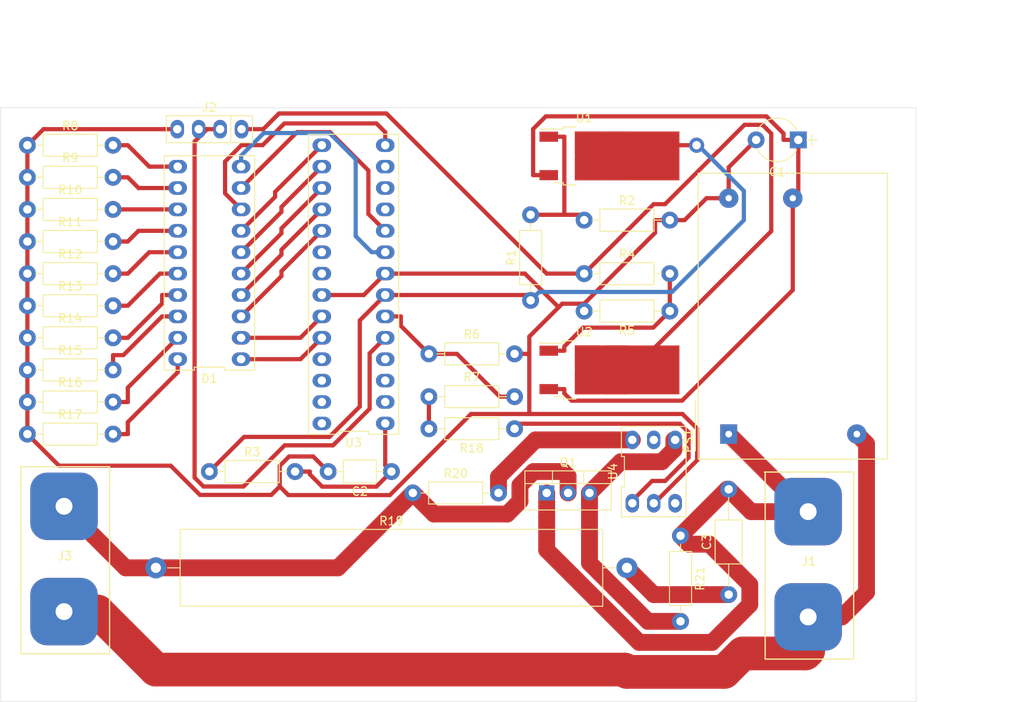
<source format=kicad_pcb>
(kicad_pcb (version 20171130) (host pcbnew "(5.1.5)-3")

  (general
    (thickness 1.6)
    (drawings 10)
    (tracks 280)
    (zones 0)
    (modules 34)
    (nets 52)
  )

  (page A4)
  (layers
    (0 F.Cu signal)
    (31 B.Cu signal)
    (32 B.Adhes user)
    (33 F.Adhes user)
    (34 B.Paste user)
    (35 F.Paste user)
    (36 B.SilkS user)
    (37 F.SilkS user)
    (38 B.Mask user)
    (39 F.Mask user)
    (40 Dwgs.User user)
    (41 Cmts.User user)
    (42 Eco1.User user)
    (43 Eco2.User user)
    (44 Edge.Cuts user)
    (45 Margin user)
    (46 B.CrtYd user)
    (47 F.CrtYd user)
    (48 B.Fab user)
    (49 F.Fab user)
  )

  (setup
    (last_trace_width 0.5)
    (user_trace_width 0.5)
    (user_trace_width 0.75)
    (user_trace_width 1)
    (user_trace_width 2)
    (user_trace_width 3)
    (user_trace_width 4)
    (user_trace_width 5)
    (trace_clearance 0.5)
    (zone_clearance 0.508)
    (zone_45_only no)
    (trace_min 0.2)
    (via_size 1.2)
    (via_drill 0.8)
    (via_min_size 0.4)
    (via_min_drill 0.3)
    (user_via 1.2 0.8)
    (user_via 1.4 1)
    (user_via 2.4 2)
    (user_via 3.2 3)
    (uvia_size 0.3)
    (uvia_drill 0.1)
    (uvias_allowed no)
    (uvia_min_size 0.2)
    (uvia_min_drill 0.1)
    (edge_width 0.05)
    (segment_width 0.2)
    (pcb_text_width 0.3)
    (pcb_text_size 1.5 1.5)
    (mod_edge_width 0.12)
    (mod_text_size 1 1)
    (mod_text_width 0.15)
    (pad_size 1.524 1.524)
    (pad_drill 0.762)
    (pad_to_mask_clearance 0.051)
    (solder_mask_min_width 0.25)
    (aux_axis_origin 0 0)
    (visible_elements 7FFFFFFF)
    (pcbplotparams
      (layerselection 0x010fc_ffffffff)
      (usegerberextensions false)
      (usegerberattributes false)
      (usegerberadvancedattributes false)
      (creategerberjobfile false)
      (excludeedgelayer true)
      (linewidth 0.100000)
      (plotframeref false)
      (viasonmask false)
      (mode 1)
      (useauxorigin false)
      (hpglpennumber 1)
      (hpglpenspeed 20)
      (hpglpendiameter 15.000000)
      (psnegative false)
      (psa4output false)
      (plotreference true)
      (plotvalue true)
      (plotinvisibletext false)
      (padsonsilk false)
      (subtractmaskfromsilk false)
      (outputformat 1)
      (mirror false)
      (drillshape 1)
      (scaleselection 1)
      (outputdirectory ""))
  )

  (net 0 "")
  (net 1 "Net-(C1-Pad1)")
  (net 2 "Net-(C1-Pad2)")
  (net 3 "Net-(C2-Pad1)")
  (net 4 "Net-(C3-Pad1)")
  (net 5 VCC)
  (net 6 "Net-(D1-Pad10)")
  (net 7 "Net-(D1-Pad11)")
  (net 8 "Net-(D1-Pad9)")
  (net 9 "Net-(D1-Pad12)")
  (net 10 "Net-(D1-Pad8)")
  (net 11 "Net-(D1-Pad13)")
  (net 12 "Net-(D1-Pad7)")
  (net 13 "Net-(D1-Pad14)")
  (net 14 "Net-(D1-Pad6)")
  (net 15 "Net-(D1-Pad15)")
  (net 16 "Net-(D1-Pad5)")
  (net 17 "Net-(D1-Pad16)")
  (net 18 "Net-(D1-Pad4)")
  (net 19 "Net-(D1-Pad17)")
  (net 20 "Net-(D1-Pad3)")
  (net 21 "Net-(D1-Pad18)")
  (net 22 "Net-(D1-Pad2)")
  (net 23 "Net-(D1-Pad19)")
  (net 24 "Net-(D1-Pad1)")
  (net 25 "Net-(D1-Pad20)")
  (net 26 GND)
  (net 27 "Net-(J2-Pad2)")
  (net 28 "Net-(J2-Pad1)")
  (net 29 "Net-(Q1-Pad3)")
  (net 30 "Net-(R1-Pad1)")
  (net 31 "Net-(R1-Pad2)")
  (net 32 "Net-(R4-Pad2)")
  (net 33 "Net-(R6-Pad1)")
  (net 34 "Net-(R18-Pad2)")
  (net 35 "Net-(R18-Pad1)")
  (net 36 "Net-(R20-Pad2)")
  (net 37 "Net-(U3-Pad13)")
  (net 38 "Net-(U3-Pad12)")
  (net 39 "Net-(U3-Pad11)")
  (net 40 "Net-(U3-Pad20)")
  (net 41 "Net-(U3-Pad21)")
  (net 42 "Net-(U3-Pad4)")
  (net 43 "Net-(U3-Pad25)")
  (net 44 "Net-(U3-Pad3)")
  (net 45 "Net-(U3-Pad26)")
  (net 46 "Net-(U3-Pad2)")
  (net 47 "Net-(U3-Pad27)")
  (net 48 "Net-(U3-Pad28)")
  (net 49 "Net-(U4-Pad3)")
  (net 50 "Net-(U4-Pad5)")
  (net 51 "Net-(J3-Pad1)")

  (net_class Default "Это класс цепей по умолчанию."
    (clearance 0.5)
    (trace_width 0.5)
    (via_dia 1.2)
    (via_drill 0.8)
    (uvia_dia 0.3)
    (uvia_drill 0.1)
    (add_net GND)
    (add_net "Net-(C1-Pad1)")
    (add_net "Net-(C1-Pad2)")
    (add_net "Net-(C2-Pad1)")
    (add_net "Net-(C3-Pad1)")
    (add_net "Net-(D1-Pad1)")
    (add_net "Net-(D1-Pad10)")
    (add_net "Net-(D1-Pad11)")
    (add_net "Net-(D1-Pad12)")
    (add_net "Net-(D1-Pad13)")
    (add_net "Net-(D1-Pad14)")
    (add_net "Net-(D1-Pad15)")
    (add_net "Net-(D1-Pad16)")
    (add_net "Net-(D1-Pad17)")
    (add_net "Net-(D1-Pad18)")
    (add_net "Net-(D1-Pad19)")
    (add_net "Net-(D1-Pad2)")
    (add_net "Net-(D1-Pad20)")
    (add_net "Net-(D1-Pad3)")
    (add_net "Net-(D1-Pad4)")
    (add_net "Net-(D1-Pad5)")
    (add_net "Net-(D1-Pad6)")
    (add_net "Net-(D1-Pad7)")
    (add_net "Net-(D1-Pad8)")
    (add_net "Net-(D1-Pad9)")
    (add_net "Net-(J2-Pad1)")
    (add_net "Net-(J2-Pad2)")
    (add_net "Net-(J3-Pad1)")
    (add_net "Net-(Q1-Pad3)")
    (add_net "Net-(R1-Pad1)")
    (add_net "Net-(R1-Pad2)")
    (add_net "Net-(R18-Pad1)")
    (add_net "Net-(R18-Pad2)")
    (add_net "Net-(R20-Pad2)")
    (add_net "Net-(R4-Pad2)")
    (add_net "Net-(R6-Pad1)")
    (add_net "Net-(U3-Pad11)")
    (add_net "Net-(U3-Pad12)")
    (add_net "Net-(U3-Pad13)")
    (add_net "Net-(U3-Pad2)")
    (add_net "Net-(U3-Pad20)")
    (add_net "Net-(U3-Pad21)")
    (add_net "Net-(U3-Pad25)")
    (add_net "Net-(U3-Pad26)")
    (add_net "Net-(U3-Pad27)")
    (add_net "Net-(U3-Pad28)")
    (add_net "Net-(U3-Pad3)")
    (add_net "Net-(U3-Pad4)")
    (add_net "Net-(U4-Pad3)")
    (add_net "Net-(U4-Pad5)")
    (add_net VCC)
  )

  (module tv_disabler_main_lib:R_Axial_Power_L50.0mm_W9.0mm_P55.88mm placed (layer F.Cu) (tedit 5E4A79CB) (tstamp 5E4A8751)
    (at 78.74 107.315)
    (descr "Resistor, Axial_Power series, Axial, Horizontal, pin pitch=55.88mm, 11W, length*diameter=50*9mm^2, http://cdn-reichelt.de/documents/datenblatt/B400/5WAXIAL_9WAXIAL_11WAXIAL_17WAXIAL%23YAG.pdf")
    (tags "Resistor Axial_Power series Axial Horizontal pin pitch 55.88mm 11W length 50mm diameter 9mm")
    (path /5E55BE6F)
    (fp_text reference R19 (at 27.94 -5.56) (layer F.SilkS)
      (effects (font (size 1 1) (thickness 0.15)))
    )
    (fp_text value 47 (at 27.94 5.56) (layer F.Fab)
      (effects (font (size 1 1) (thickness 0.15)))
    )
    (fp_line (start 2.94 -4.5) (end 2.94 4.5) (layer F.Fab) (width 0.1))
    (fp_line (start 2.94 4.5) (end 52.94 4.5) (layer F.Fab) (width 0.1))
    (fp_line (start 52.94 4.5) (end 52.94 -4.5) (layer F.Fab) (width 0.1))
    (fp_line (start 52.94 -4.5) (end 2.94 -4.5) (layer F.Fab) (width 0.1))
    (fp_line (start 0 0) (end 2.94 0) (layer F.Fab) (width 0.1))
    (fp_line (start 55.88 0) (end 52.94 0) (layer F.Fab) (width 0.1))
    (fp_line (start 2.88 -4.56) (end 2.88 4.56) (layer F.SilkS) (width 0.12))
    (fp_line (start 2.88 4.56) (end 53 4.56) (layer F.SilkS) (width 0.12))
    (fp_line (start 53 4.56) (end 53 -4.56) (layer F.SilkS) (width 0.12))
    (fp_line (start 53 -4.56) (end 2.88 -4.56) (layer F.SilkS) (width 0.12))
    (fp_line (start 1.38 0) (end 2.88 0) (layer F.SilkS) (width 0.12))
    (fp_line (start 54.5 0) (end 53 0) (layer F.SilkS) (width 0.12))
    (fp_line (start -1.45 -4.85) (end -1.45 4.85) (layer F.CrtYd) (width 0.05))
    (fp_line (start -1.45 4.85) (end 57.35 4.85) (layer F.CrtYd) (width 0.05))
    (fp_line (start 57.35 4.85) (end 57.35 -4.85) (layer F.CrtYd) (width 0.05))
    (fp_line (start 57.35 -4.85) (end -1.45 -4.85) (layer F.CrtYd) (width 0.05))
    (pad 1 thru_hole circle (at 0 0) (size 2.5 2.5) (drill 1.2) (layers *.Cu *.Mask)
      (net 51 "Net-(J3-Pad1)"))
    (pad 2 thru_hole oval (at 55.88 0) (size 2.5 2.4) (drill 1.2) (layers *.Cu *.Mask)
      (net 4 "Net-(C3-Pad1)"))
    (model ${KISYS3DMOD}/Resistors_THT.3dshapes/R_Axial_Power_L50.0mm_W9.0mm_P55.88mm.wrl
      (at (xyz 0 0 0))
      (scale (xyz 0.393701 0.393701 0.393701))
      (rotate (xyz 0 0 0))
    )
  )

  (module tv_disabler_main_lib:DIP-6_296_ELL placed (layer F.Cu) (tedit 0) (tstamp 5E4A8807)
    (at 137.795 95.885)
    (path /5E4FA488)
    (fp_text reference U4 (at -4.84 0 90) (layer F.SilkS)
      (effects (font (size 1 1) (thickness 0.15)))
    )
    (fp_text value MOC3063M (at 0 0) (layer F.Fab)
      (effects (font (size 1 1) (thickness 0.15)))
    )
    (fp_line (start -3.59 5.11) (end -3.59 -5.11) (layer F.CrtYd) (width 0.05))
    (fp_line (start 3.59 5.11) (end -3.59 5.11) (layer F.CrtYd) (width 0.05))
    (fp_line (start 3.59 -5.11) (end 3.59 5.11) (layer F.CrtYd) (width 0.05))
    (fp_line (start -3.59 -5.11) (end 3.59 -5.11) (layer F.CrtYd) (width 0.05))
    (fp_line (start -3.84 1.786666) (end -3.84 5.36) (layer F.SilkS) (width 0.12))
    (fp_line (start -3.48 1.786666) (end -3.84 1.786666) (layer F.SilkS) (width 0.12))
    (fp_line (start -3.48 -1.786666) (end -3.48 1.786666) (layer F.SilkS) (width 0.12))
    (fp_line (start -3.84 -1.786666) (end -3.48 -1.786666) (layer F.SilkS) (width 0.12))
    (fp_line (start -3.839999 -5.36) (end -3.84 -1.786666) (layer F.SilkS) (width 0.12))
    (fp_line (start 3.84 -5.36) (end -3.839999 -5.36) (layer F.SilkS) (width 0.12))
    (fp_line (start 3.839999 5.36) (end 3.84 -5.36) (layer F.SilkS) (width 0.12))
    (fp_line (start -3.84 5.36) (end 3.839999 5.36) (layer F.SilkS) (width 0.12))
    (pad 3 thru_hole oval (at 2.54 3.76) (size 1.6 2.2) (drill 1) (layers *.Cu *.Mask)
      (net 49 "Net-(U4-Pad3)"))
    (pad 4 thru_hole oval (at 2.54 -3.76) (size 1.6 2.2) (drill 1) (layers *.Cu *.Mask)
      (net 29 "Net-(Q1-Pad3)"))
    (pad 2 thru_hole oval (at 0 3.76) (size 1.6 2.2) (drill 1) (layers *.Cu *.Mask)
      (net 2 "Net-(C1-Pad2)"))
    (pad 5 thru_hole oval (at 0 -3.76) (size 1.6 2.2) (drill 1) (layers *.Cu *.Mask)
      (net 50 "Net-(U4-Pad5)"))
    (pad 1 thru_hole oval (at -2.54 3.76) (size 1.6 2.2) (drill 1) (layers *.Cu *.Mask)
      (net 35 "Net-(R18-Pad1)"))
    (pad 6 thru_hole oval (at -2.54 -3.76) (size 1.6 2.2) (drill 1) (layers *.Cu *.Mask)
      (net 36 "Net-(R20-Pad2)"))
  )

  (module tv_disabler_main_lib:DIP-28_296_ELL placed (layer F.Cu) (tedit 0) (tstamp 5E4A87F1)
    (at 102.185 73.66 90)
    (path /5E49A938)
    (fp_text reference U3 (at -18.81 0) (layer F.SilkS)
      (effects (font (size 1 1) (thickness 0.15)))
    )
    (fp_text value ATmega8-16PU (at 0 0 90) (layer F.Fab)
      (effects (font (size 1 1) (thickness 0.15)))
    )
    (fp_line (start -17.56 5.11) (end -17.56 -5.11) (layer F.CrtYd) (width 0.05))
    (fp_line (start 17.56 5.11) (end -17.56 5.11) (layer F.CrtYd) (width 0.05))
    (fp_line (start 17.56 -5.11) (end 17.56 5.11) (layer F.CrtYd) (width 0.05))
    (fp_line (start -17.56 -5.11) (end 17.56 -5.11) (layer F.CrtYd) (width 0.05))
    (fp_line (start -17.81 1.786666) (end -17.81 5.359999) (layer F.SilkS) (width 0.12))
    (fp_line (start -17.45 1.786666) (end -17.81 1.786666) (layer F.SilkS) (width 0.12))
    (fp_line (start -17.45 -1.786666) (end -17.45 1.786666) (layer F.SilkS) (width 0.12))
    (fp_line (start -17.81 -1.786666) (end -17.45 -1.786666) (layer F.SilkS) (width 0.12))
    (fp_line (start -17.81 -5.36) (end -17.81 -1.786666) (layer F.SilkS) (width 0.12))
    (fp_line (start 17.81 -5.359999) (end -17.81 -5.36) (layer F.SilkS) (width 0.12))
    (fp_line (start 17.81 5.36) (end 17.81 -5.359999) (layer F.SilkS) (width 0.12))
    (fp_line (start -17.81 5.359999) (end 17.81 5.36) (layer F.SilkS) (width 0.12))
    (pad 14 thru_hole oval (at 16.51 3.76 90) (size 1.6 2.2) (drill 1) (layers *.Cu *.Mask)
      (net 10 "Net-(D1-Pad8)"))
    (pad 15 thru_hole oval (at 16.51 -3.76 90) (size 1.6 2.2) (drill 1) (layers *.Cu *.Mask)
      (net 12 "Net-(D1-Pad7)"))
    (pad 13 thru_hole oval (at 13.97 3.76 90) (size 1.6 2.2) (drill 1) (layers *.Cu *.Mask)
      (net 37 "Net-(U3-Pad13)"))
    (pad 16 thru_hole oval (at 13.97 -3.76 90) (size 1.6 2.2) (drill 1) (layers *.Cu *.Mask)
      (net 14 "Net-(D1-Pad6)"))
    (pad 12 thru_hole oval (at 11.43 3.76 90) (size 1.6 2.2) (drill 1) (layers *.Cu *.Mask)
      (net 38 "Net-(U3-Pad12)"))
    (pad 17 thru_hole oval (at 11.43 -3.76 90) (size 1.6 2.2) (drill 1) (layers *.Cu *.Mask)
      (net 16 "Net-(D1-Pad5)"))
    (pad 11 thru_hole oval (at 8.89 3.76 90) (size 1.6 2.2) (drill 1) (layers *.Cu *.Mask)
      (net 39 "Net-(U3-Pad11)"))
    (pad 18 thru_hole oval (at 8.89 -3.76 90) (size 1.6 2.2) (drill 1) (layers *.Cu *.Mask)
      (net 18 "Net-(D1-Pad4)"))
    (pad 10 thru_hole oval (at 6.35 3.76 90) (size 1.6 2.2) (drill 1) (layers *.Cu *.Mask)
      (net 8 "Net-(D1-Pad9)"))
    (pad 19 thru_hole oval (at 6.35 -3.76 90) (size 1.6 2.2) (drill 1) (layers *.Cu *.Mask)
      (net 20 "Net-(D1-Pad3)"))
    (pad 9 thru_hole oval (at 3.81 3.76 90) (size 1.6 2.2) (drill 1) (layers *.Cu *.Mask)
      (net 6 "Net-(D1-Pad10)"))
    (pad 20 thru_hole oval (at 3.81 -3.76 90) (size 1.6 2.2) (drill 1) (layers *.Cu *.Mask)
      (net 40 "Net-(U3-Pad20)"))
    (pad 8 thru_hole oval (at 1.27 3.76 90) (size 1.6 2.2) (drill 1) (layers *.Cu *.Mask)
      (net 2 "Net-(C1-Pad2)"))
    (pad 21 thru_hole oval (at 1.27 -3.76 90) (size 1.6 2.2) (drill 1) (layers *.Cu *.Mask)
      (net 41 "Net-(U3-Pad21)"))
    (pad 7 thru_hole oval (at -1.27 3.76 90) (size 1.6 2.2) (drill 1) (layers *.Cu *.Mask)
      (net 30 "Net-(R1-Pad1)"))
    (pad 22 thru_hole oval (at -1.27 -3.76 90) (size 1.6 2.2) (drill 1) (layers *.Cu *.Mask)
      (net 2 "Net-(C1-Pad2)"))
    (pad 6 thru_hole oval (at -3.81 3.76 90) (size 1.6 2.2) (drill 1) (layers *.Cu *.Mask)
      (net 33 "Net-(R6-Pad1)"))
    (pad 23 thru_hole oval (at -3.81 -3.76 90) (size 1.6 2.2) (drill 1) (layers *.Cu *.Mask)
      (net 22 "Net-(D1-Pad2)"))
    (pad 5 thru_hole oval (at -6.35 3.76 90) (size 1.6 2.2) (drill 1) (layers *.Cu *.Mask)
      (net 27 "Net-(J2-Pad2)"))
    (pad 24 thru_hole oval (at -6.35 -3.76 90) (size 1.6 2.2) (drill 1) (layers *.Cu *.Mask)
      (net 24 "Net-(D1-Pad1)"))
    (pad 4 thru_hole oval (at -8.89 3.76 90) (size 1.6 2.2) (drill 1) (layers *.Cu *.Mask)
      (net 42 "Net-(U3-Pad4)"))
    (pad 25 thru_hole oval (at -8.89 -3.76 90) (size 1.6 2.2) (drill 1) (layers *.Cu *.Mask)
      (net 43 "Net-(U3-Pad25)"))
    (pad 3 thru_hole oval (at -11.43 3.76 90) (size 1.6 2.2) (drill 1) (layers *.Cu *.Mask)
      (net 44 "Net-(U3-Pad3)"))
    (pad 26 thru_hole oval (at -11.43 -3.76 90) (size 1.6 2.2) (drill 1) (layers *.Cu *.Mask)
      (net 45 "Net-(U3-Pad26)"))
    (pad 2 thru_hole oval (at -13.97 3.76 90) (size 1.6 2.2) (drill 1) (layers *.Cu *.Mask)
      (net 46 "Net-(U3-Pad2)"))
    (pad 27 thru_hole oval (at -13.97 -3.76 90) (size 1.6 2.2) (drill 1) (layers *.Cu *.Mask)
      (net 47 "Net-(U3-Pad27)"))
    (pad 1 thru_hole oval (at -16.51 3.76 90) (size 1.6 2.2) (drill 1) (layers *.Cu *.Mask)
      (net 3 "Net-(C2-Pad1)"))
    (pad 28 thru_hole oval (at -16.51 -3.76 90) (size 1.6 2.2) (drill 1) (layers *.Cu *.Mask)
      (net 48 "Net-(U3-Pad28)"))
  )

  (module tv_disabler_main_lib:TO-252-2 placed (layer F.Cu) (tedit 5E4A5FF1) (tstamp 5E4A87C5)
    (at 129.54 83.82)
    (descr "TO-252 / DPAK SMD package, http://www.infineon.com/cms/en/product/packages/PG-TO252/PG-TO252-3-1/")
    (tags "DPAK TO-252 DPAK-3 TO-252-3 SOT-428")
    (path /5E4B700B)
    (attr smd)
    (fp_text reference U2 (at 0 -4.5) (layer F.SilkS)
      (effects (font (size 1 1) (thickness 0.15)))
    )
    (fp_text value LM317L_TO92 (at 0 4.5) (layer F.Fab)
      (effects (font (size 1 1) (thickness 0.15)))
    )
    (fp_line (start 3.95 -2.7) (end 4.95 -2.7) (layer F.Fab) (width 0.1))
    (fp_line (start 4.95 -2.7) (end 4.95 2.7) (layer F.Fab) (width 0.1))
    (fp_line (start 4.95 2.7) (end 3.95 2.7) (layer F.Fab) (width 0.1))
    (fp_line (start 3.95 -3.25) (end 3.95 3.25) (layer F.Fab) (width 0.1))
    (fp_line (start 3.95 3.25) (end -2.27 3.25) (layer F.Fab) (width 0.1))
    (fp_line (start -2.27 3.25) (end -2.27 -2.25) (layer F.Fab) (width 0.1))
    (fp_line (start -2.27 -2.25) (end -1.27 -3.25) (layer F.Fab) (width 0.1))
    (fp_line (start -1.27 -3.25) (end 3.95 -3.25) (layer F.Fab) (width 0.1))
    (fp_line (start -1.865 -2.655) (end -4.97 -2.655) (layer F.Fab) (width 0.1))
    (fp_line (start -4.97 -2.655) (end -4.97 -1.905) (layer F.Fab) (width 0.1))
    (fp_line (start -4.97 -1.905) (end -2.27 -1.905) (layer F.Fab) (width 0.1))
    (fp_line (start -2.27 1.905) (end -4.97 1.905) (layer F.Fab) (width 0.1))
    (fp_line (start -4.97 1.905) (end -4.97 2.655) (layer F.Fab) (width 0.1))
    (fp_line (start -4.97 2.655) (end -2.27 2.655) (layer F.Fab) (width 0.1))
    (fp_line (start -0.97 -3.45) (end -2.47 -3.45) (layer F.SilkS) (width 0.12))
    (fp_line (start -2.47 -3.45) (end -2.47 -3.18) (layer F.SilkS) (width 0.12))
    (fp_line (start -2.47 -3.18) (end -5.3 -3.18) (layer F.SilkS) (width 0.12))
    (fp_line (start -0.97 3.45) (end -2.47 3.45) (layer F.SilkS) (width 0.12))
    (fp_line (start -2.47 3.45) (end -2.47 3.18) (layer F.SilkS) (width 0.12))
    (fp_line (start -2.47 3.18) (end -3.57 3.18) (layer F.SilkS) (width 0.12))
    (fp_line (start -5.55 -3.5) (end -5.55 3.5) (layer F.CrtYd) (width 0.05))
    (fp_line (start -5.55 3.5) (end 5.55 3.5) (layer F.CrtYd) (width 0.05))
    (fp_line (start 5.55 3.5) (end 5.55 -3.5) (layer F.CrtYd) (width 0.05))
    (fp_line (start 5.55 -3.5) (end -5.55 -3.5) (layer F.CrtYd) (width 0.05))
    (fp_text user %R (at 0 0) (layer F.Fab)
      (effects (font (size 1 1) (thickness 0.15)))
    )
    (pad 1 smd rect (at -4.2 -2.28) (size 2.2 1.2) (layers F.Cu F.Paste F.Mask)
      (net 32 "Net-(R4-Pad2)"))
    (pad 3 smd rect (at -4.2 2.28) (size 2.2 1.2) (layers F.Cu F.Paste F.Mask)
      (net 1 "Net-(C1-Pad1)"))
    (pad 2 smd rect (at 5.1 0) (size 12.4 5.8) (layers F.Cu F.Mask)
      (net 28 "Net-(J2-Pad1)"))
    (pad 2 smd rect (at 3.775 1.525) (size 3.05 2.75) (layers F.Cu F.Paste)
      (net 28 "Net-(J2-Pad1)"))
    (pad 2 smd rect (at 0.425 -1.525) (size 3.05 2.75) (layers F.Cu F.Paste)
      (net 28 "Net-(J2-Pad1)"))
    (pad 2 smd rect (at 3.775 -1.525) (size 3.05 2.75) (layers F.Cu F.Paste)
      (net 28 "Net-(J2-Pad1)"))
    (pad 2 smd rect (at 0.425 1.525) (size 3.05 2.75) (layers F.Cu F.Paste)
      (net 28 "Net-(J2-Pad1)"))
    (model ${KISYS3DMOD}/TO_SOT_Packages_SMD.3dshapes/TO-252-2.wrl
      (at (xyz 0 0 0))
      (scale (xyz 1 1 1))
      (rotate (xyz 0 0 0))
    )
  )

  (module tv_disabler_main_lib:TO-252-2 placed (layer F.Cu) (tedit 5E4A5FF1) (tstamp 5E4A87A1)
    (at 129.54 58.42)
    (descr "TO-252 / DPAK SMD package, http://www.infineon.com/cms/en/product/packages/PG-TO252/PG-TO252-3-1/")
    (tags "DPAK TO-252 DPAK-3 TO-252-3 SOT-428")
    (path /5E4B59BC)
    (attr smd)
    (fp_text reference U1 (at 0 -4.5) (layer F.SilkS)
      (effects (font (size 1 1) (thickness 0.15)))
    )
    (fp_text value LM317L_TO92 (at 0 4.5) (layer F.Fab)
      (effects (font (size 1 1) (thickness 0.15)))
    )
    (fp_line (start 3.95 -2.7) (end 4.95 -2.7) (layer F.Fab) (width 0.1))
    (fp_line (start 4.95 -2.7) (end 4.95 2.7) (layer F.Fab) (width 0.1))
    (fp_line (start 4.95 2.7) (end 3.95 2.7) (layer F.Fab) (width 0.1))
    (fp_line (start 3.95 -3.25) (end 3.95 3.25) (layer F.Fab) (width 0.1))
    (fp_line (start 3.95 3.25) (end -2.27 3.25) (layer F.Fab) (width 0.1))
    (fp_line (start -2.27 3.25) (end -2.27 -2.25) (layer F.Fab) (width 0.1))
    (fp_line (start -2.27 -2.25) (end -1.27 -3.25) (layer F.Fab) (width 0.1))
    (fp_line (start -1.27 -3.25) (end 3.95 -3.25) (layer F.Fab) (width 0.1))
    (fp_line (start -1.865 -2.655) (end -4.97 -2.655) (layer F.Fab) (width 0.1))
    (fp_line (start -4.97 -2.655) (end -4.97 -1.905) (layer F.Fab) (width 0.1))
    (fp_line (start -4.97 -1.905) (end -2.27 -1.905) (layer F.Fab) (width 0.1))
    (fp_line (start -2.27 1.905) (end -4.97 1.905) (layer F.Fab) (width 0.1))
    (fp_line (start -4.97 1.905) (end -4.97 2.655) (layer F.Fab) (width 0.1))
    (fp_line (start -4.97 2.655) (end -2.27 2.655) (layer F.Fab) (width 0.1))
    (fp_line (start -0.97 -3.45) (end -2.47 -3.45) (layer F.SilkS) (width 0.12))
    (fp_line (start -2.47 -3.45) (end -2.47 -3.18) (layer F.SilkS) (width 0.12))
    (fp_line (start -2.47 -3.18) (end -5.3 -3.18) (layer F.SilkS) (width 0.12))
    (fp_line (start -0.97 3.45) (end -2.47 3.45) (layer F.SilkS) (width 0.12))
    (fp_line (start -2.47 3.45) (end -2.47 3.18) (layer F.SilkS) (width 0.12))
    (fp_line (start -2.47 3.18) (end -3.57 3.18) (layer F.SilkS) (width 0.12))
    (fp_line (start -5.55 -3.5) (end -5.55 3.5) (layer F.CrtYd) (width 0.05))
    (fp_line (start -5.55 3.5) (end 5.55 3.5) (layer F.CrtYd) (width 0.05))
    (fp_line (start 5.55 3.5) (end 5.55 -3.5) (layer F.CrtYd) (width 0.05))
    (fp_line (start 5.55 -3.5) (end -5.55 -3.5) (layer F.CrtYd) (width 0.05))
    (fp_text user %R (at 0 0) (layer F.Fab)
      (effects (font (size 1 1) (thickness 0.15)))
    )
    (pad 1 smd rect (at -4.2 -2.28) (size 2.2 1.2) (layers F.Cu F.Paste F.Mask)
      (net 31 "Net-(R1-Pad2)"))
    (pad 3 smd rect (at -4.2 2.28) (size 2.2 1.2) (layers F.Cu F.Paste F.Mask)
      (net 1 "Net-(C1-Pad1)"))
    (pad 2 smd rect (at 5.1 0) (size 12.4 5.8) (layers F.Cu F.Mask)
      (net 30 "Net-(R1-Pad1)"))
    (pad 2 smd rect (at 3.775 1.525) (size 3.05 2.75) (layers F.Cu F.Paste)
      (net 30 "Net-(R1-Pad1)"))
    (pad 2 smd rect (at 0.425 -1.525) (size 3.05 2.75) (layers F.Cu F.Paste)
      (net 30 "Net-(R1-Pad1)"))
    (pad 2 smd rect (at 3.775 -1.525) (size 3.05 2.75) (layers F.Cu F.Paste)
      (net 30 "Net-(R1-Pad1)"))
    (pad 2 smd rect (at 0.425 1.525) (size 3.05 2.75) (layers F.Cu F.Paste)
      (net 30 "Net-(R1-Pad1)"))
    (model ${KISYS3DMOD}/TO_SOT_Packages_SMD.3dshapes/TO-252-2.wrl
      (at (xyz 0 0 0))
      (scale (xyz 1 1 1))
      (rotate (xyz 0 0 0))
    )
  )

  (module tv_disabler_main_lib:R_Axial_DIN0207_L6.3mm_D2.5mm_P10.16mm_Horizontal placed (layer F.Cu) (tedit 5E4A61CF) (tstamp 5E4A877D)
    (at 140.97 103.505 270)
    (descr "Resistor, Axial_DIN0207 series, Axial, Horizontal, pin pitch=10.16mm, 0.25W = 1/4W, length*diameter=6.3*2.5mm^2, http://cdn-reichelt.de/documents/datenblatt/B400/1_4W%23YAG.pdf")
    (tags "Resistor Axial_DIN0207 series Axial Horizontal pin pitch 10.16mm 0.25W = 1/4W length 6.3mm diameter 2.5mm")
    (path /5E5370D5)
    (fp_text reference R21 (at 5.08 -2.31 90) (layer F.SilkS)
      (effects (font (size 1 1) (thickness 0.15)))
    )
    (fp_text value 330 (at 5.08 2.31 90) (layer F.Fab)
      (effects (font (size 1 1) (thickness 0.15)))
    )
    (fp_line (start 1.93 -1.25) (end 1.93 1.25) (layer F.Fab) (width 0.1))
    (fp_line (start 1.93 1.25) (end 8.23 1.25) (layer F.Fab) (width 0.1))
    (fp_line (start 8.23 1.25) (end 8.23 -1.25) (layer F.Fab) (width 0.1))
    (fp_line (start 8.23 -1.25) (end 1.93 -1.25) (layer F.Fab) (width 0.1))
    (fp_line (start 0 0) (end 1.93 0) (layer F.Fab) (width 0.1))
    (fp_line (start 10.16 0) (end 8.23 0) (layer F.Fab) (width 0.1))
    (fp_line (start 1.87 -1.31) (end 1.87 1.31) (layer F.SilkS) (width 0.12))
    (fp_line (start 1.87 1.31) (end 8.29 1.31) (layer F.SilkS) (width 0.12))
    (fp_line (start 8.29 1.31) (end 8.29 -1.31) (layer F.SilkS) (width 0.12))
    (fp_line (start 8.29 -1.31) (end 1.87 -1.31) (layer F.SilkS) (width 0.12))
    (fp_line (start 0.98 0) (end 1.87 0) (layer F.SilkS) (width 0.12))
    (fp_line (start 9.18 0) (end 8.29 0) (layer F.SilkS) (width 0.12))
    (fp_line (start -1.05 -1.6) (end -1.05 1.6) (layer F.CrtYd) (width 0.05))
    (fp_line (start -1.05 1.6) (end 11.25 1.6) (layer F.CrtYd) (width 0.05))
    (fp_line (start 11.25 1.6) (end 11.25 -1.6) (layer F.CrtYd) (width 0.05))
    (fp_line (start 11.25 -1.6) (end -1.05 -1.6) (layer F.CrtYd) (width 0.05))
    (pad 1 thru_hole circle (at 0 0 270) (size 2 2) (drill 1) (layers *.Cu *.Mask)
      (net 5 VCC))
    (pad 2 thru_hole oval (at 10.16 0 270) (size 2 2) (drill 1) (layers *.Cu *.Mask)
      (net 29 "Net-(Q1-Pad3)"))
    (model ${KISYS3DMOD}/Resistors_THT.3dshapes/R_Axial_DIN0207_L6.3mm_D2.5mm_P10.16mm_Horizontal.wrl
      (at (xyz 0 0 0))
      (scale (xyz 0.393701 0.393701 0.393701))
      (rotate (xyz 0 0 0))
    )
  )

  (module tv_disabler_main_lib:R_Axial_DIN0207_L6.3mm_D2.5mm_P10.16mm_Horizontal placed (layer F.Cu) (tedit 5E4A61CF) (tstamp 5E4A8767)
    (at 109.22 98.425)
    (descr "Resistor, Axial_DIN0207 series, Axial, Horizontal, pin pitch=10.16mm, 0.25W = 1/4W, length*diameter=6.3*2.5mm^2, http://cdn-reichelt.de/documents/datenblatt/B400/1_4W%23YAG.pdf")
    (tags "Resistor Axial_DIN0207 series Axial Horizontal pin pitch 10.16mm 0.25W = 1/4W length 6.3mm diameter 2.5mm")
    (path /5E524B16)
    (fp_text reference R20 (at 5.08 -2.31) (layer F.SilkS)
      (effects (font (size 1 1) (thickness 0.15)))
    )
    (fp_text value 330 (at 5.08 2.31) (layer F.Fab)
      (effects (font (size 1 1) (thickness 0.15)))
    )
    (fp_line (start 1.93 -1.25) (end 1.93 1.25) (layer F.Fab) (width 0.1))
    (fp_line (start 1.93 1.25) (end 8.23 1.25) (layer F.Fab) (width 0.1))
    (fp_line (start 8.23 1.25) (end 8.23 -1.25) (layer F.Fab) (width 0.1))
    (fp_line (start 8.23 -1.25) (end 1.93 -1.25) (layer F.Fab) (width 0.1))
    (fp_line (start 0 0) (end 1.93 0) (layer F.Fab) (width 0.1))
    (fp_line (start 10.16 0) (end 8.23 0) (layer F.Fab) (width 0.1))
    (fp_line (start 1.87 -1.31) (end 1.87 1.31) (layer F.SilkS) (width 0.12))
    (fp_line (start 1.87 1.31) (end 8.29 1.31) (layer F.SilkS) (width 0.12))
    (fp_line (start 8.29 1.31) (end 8.29 -1.31) (layer F.SilkS) (width 0.12))
    (fp_line (start 8.29 -1.31) (end 1.87 -1.31) (layer F.SilkS) (width 0.12))
    (fp_line (start 0.98 0) (end 1.87 0) (layer F.SilkS) (width 0.12))
    (fp_line (start 9.18 0) (end 8.29 0) (layer F.SilkS) (width 0.12))
    (fp_line (start -1.05 -1.6) (end -1.05 1.6) (layer F.CrtYd) (width 0.05))
    (fp_line (start -1.05 1.6) (end 11.25 1.6) (layer F.CrtYd) (width 0.05))
    (fp_line (start 11.25 1.6) (end 11.25 -1.6) (layer F.CrtYd) (width 0.05))
    (fp_line (start 11.25 -1.6) (end -1.05 -1.6) (layer F.CrtYd) (width 0.05))
    (pad 1 thru_hole circle (at 0 0) (size 2 2) (drill 1) (layers *.Cu *.Mask)
      (net 51 "Net-(J3-Pad1)"))
    (pad 2 thru_hole oval (at 10.16 0) (size 2 2) (drill 1) (layers *.Cu *.Mask)
      (net 36 "Net-(R20-Pad2)"))
    (model ${KISYS3DMOD}/Resistors_THT.3dshapes/R_Axial_DIN0207_L6.3mm_D2.5mm_P10.16mm_Horizontal.wrl
      (at (xyz 0 0 0))
      (scale (xyz 0.393701 0.393701 0.393701))
      (rotate (xyz 0 0 0))
    )
  )

  (module tv_disabler_main_lib:R_Axial_DIN0207_L6.3mm_D2.5mm_P10.16mm_Horizontal placed (layer F.Cu) (tedit 5E4A61CF) (tstamp 5E4A873B)
    (at 121.285 90.805 180)
    (descr "Resistor, Axial_DIN0207 series, Axial, Horizontal, pin pitch=10.16mm, 0.25W = 1/4W, length*diameter=6.3*2.5mm^2, http://cdn-reichelt.de/documents/datenblatt/B400/1_4W%23YAG.pdf")
    (tags "Resistor Axial_DIN0207 series Axial Horizontal pin pitch 10.16mm 0.25W = 1/4W length 6.3mm diameter 2.5mm")
    (path /5E4FD523)
    (fp_text reference R18 (at 5.08 -2.31) (layer F.SilkS)
      (effects (font (size 1 1) (thickness 0.15)))
    )
    (fp_text value 180 (at 5.08 2.31) (layer F.Fab)
      (effects (font (size 1 1) (thickness 0.15)))
    )
    (fp_line (start 1.93 -1.25) (end 1.93 1.25) (layer F.Fab) (width 0.1))
    (fp_line (start 1.93 1.25) (end 8.23 1.25) (layer F.Fab) (width 0.1))
    (fp_line (start 8.23 1.25) (end 8.23 -1.25) (layer F.Fab) (width 0.1))
    (fp_line (start 8.23 -1.25) (end 1.93 -1.25) (layer F.Fab) (width 0.1))
    (fp_line (start 0 0) (end 1.93 0) (layer F.Fab) (width 0.1))
    (fp_line (start 10.16 0) (end 8.23 0) (layer F.Fab) (width 0.1))
    (fp_line (start 1.87 -1.31) (end 1.87 1.31) (layer F.SilkS) (width 0.12))
    (fp_line (start 1.87 1.31) (end 8.29 1.31) (layer F.SilkS) (width 0.12))
    (fp_line (start 8.29 1.31) (end 8.29 -1.31) (layer F.SilkS) (width 0.12))
    (fp_line (start 8.29 -1.31) (end 1.87 -1.31) (layer F.SilkS) (width 0.12))
    (fp_line (start 0.98 0) (end 1.87 0) (layer F.SilkS) (width 0.12))
    (fp_line (start 9.18 0) (end 8.29 0) (layer F.SilkS) (width 0.12))
    (fp_line (start -1.05 -1.6) (end -1.05 1.6) (layer F.CrtYd) (width 0.05))
    (fp_line (start -1.05 1.6) (end 11.25 1.6) (layer F.CrtYd) (width 0.05))
    (fp_line (start 11.25 1.6) (end 11.25 -1.6) (layer F.CrtYd) (width 0.05))
    (fp_line (start 11.25 -1.6) (end -1.05 -1.6) (layer F.CrtYd) (width 0.05))
    (pad 1 thru_hole circle (at 0 0 180) (size 2 2) (drill 1) (layers *.Cu *.Mask)
      (net 35 "Net-(R18-Pad1)"))
    (pad 2 thru_hole oval (at 10.16 0 180) (size 2 2) (drill 1) (layers *.Cu *.Mask)
      (net 34 "Net-(R18-Pad2)"))
    (model ${KISYS3DMOD}/Resistors_THT.3dshapes/R_Axial_DIN0207_L6.3mm_D2.5mm_P10.16mm_Horizontal.wrl
      (at (xyz 0 0 0))
      (scale (xyz 0.393701 0.393701 0.393701))
      (rotate (xyz 0 0 0))
    )
  )

  (module tv_disabler_main_lib:R_Axial_DIN0207_L6.3mm_D2.5mm_P10.16mm_Horizontal placed (layer F.Cu) (tedit 5E4A61CF) (tstamp 5E4A8725)
    (at 63.5 91.44)
    (descr "Resistor, Axial_DIN0207 series, Axial, Horizontal, pin pitch=10.16mm, 0.25W = 1/4W, length*diameter=6.3*2.5mm^2, http://cdn-reichelt.de/documents/datenblatt/B400/1_4W%23YAG.pdf")
    (tags "Resistor Axial_DIN0207 series Axial Horizontal pin pitch 10.16mm 0.25W = 1/4W length 6.3mm diameter 2.5mm")
    (path /5E49E19B)
    (fp_text reference R17 (at 5.08 -2.31) (layer F.SilkS)
      (effects (font (size 1 1) (thickness 0.15)))
    )
    (fp_text value 470 (at 5.08 2.31) (layer F.Fab)
      (effects (font (size 1 1) (thickness 0.15)))
    )
    (fp_line (start 1.93 -1.25) (end 1.93 1.25) (layer F.Fab) (width 0.1))
    (fp_line (start 1.93 1.25) (end 8.23 1.25) (layer F.Fab) (width 0.1))
    (fp_line (start 8.23 1.25) (end 8.23 -1.25) (layer F.Fab) (width 0.1))
    (fp_line (start 8.23 -1.25) (end 1.93 -1.25) (layer F.Fab) (width 0.1))
    (fp_line (start 0 0) (end 1.93 0) (layer F.Fab) (width 0.1))
    (fp_line (start 10.16 0) (end 8.23 0) (layer F.Fab) (width 0.1))
    (fp_line (start 1.87 -1.31) (end 1.87 1.31) (layer F.SilkS) (width 0.12))
    (fp_line (start 1.87 1.31) (end 8.29 1.31) (layer F.SilkS) (width 0.12))
    (fp_line (start 8.29 1.31) (end 8.29 -1.31) (layer F.SilkS) (width 0.12))
    (fp_line (start 8.29 -1.31) (end 1.87 -1.31) (layer F.SilkS) (width 0.12))
    (fp_line (start 0.98 0) (end 1.87 0) (layer F.SilkS) (width 0.12))
    (fp_line (start 9.18 0) (end 8.29 0) (layer F.SilkS) (width 0.12))
    (fp_line (start -1.05 -1.6) (end -1.05 1.6) (layer F.CrtYd) (width 0.05))
    (fp_line (start -1.05 1.6) (end 11.25 1.6) (layer F.CrtYd) (width 0.05))
    (fp_line (start 11.25 1.6) (end 11.25 -1.6) (layer F.CrtYd) (width 0.05))
    (fp_line (start 11.25 -1.6) (end -1.05 -1.6) (layer F.CrtYd) (width 0.05))
    (pad 1 thru_hole circle (at 0 0) (size 2 2) (drill 1) (layers *.Cu *.Mask)
      (net 2 "Net-(C1-Pad2)"))
    (pad 2 thru_hole oval (at 10.16 0) (size 2 2) (drill 1) (layers *.Cu *.Mask)
      (net 25 "Net-(D1-Pad20)"))
    (model ${KISYS3DMOD}/Resistors_THT.3dshapes/R_Axial_DIN0207_L6.3mm_D2.5mm_P10.16mm_Horizontal.wrl
      (at (xyz 0 0 0))
      (scale (xyz 0.393701 0.393701 0.393701))
      (rotate (xyz 0 0 0))
    )
  )

  (module tv_disabler_main_lib:R_Axial_DIN0207_L6.3mm_D2.5mm_P10.16mm_Horizontal placed (layer F.Cu) (tedit 5E4A61CF) (tstamp 5E4A870F)
    (at 63.5 87.63)
    (descr "Resistor, Axial_DIN0207 series, Axial, Horizontal, pin pitch=10.16mm, 0.25W = 1/4W, length*diameter=6.3*2.5mm^2, http://cdn-reichelt.de/documents/datenblatt/B400/1_4W%23YAG.pdf")
    (tags "Resistor Axial_DIN0207 series Axial Horizontal pin pitch 10.16mm 0.25W = 1/4W length 6.3mm diameter 2.5mm")
    (path /5E49E0AF)
    (fp_text reference R16 (at 5.08 -2.31) (layer F.SilkS)
      (effects (font (size 1 1) (thickness 0.15)))
    )
    (fp_text value 470 (at 5.08 2.31) (layer F.Fab)
      (effects (font (size 1 1) (thickness 0.15)))
    )
    (fp_line (start 1.93 -1.25) (end 1.93 1.25) (layer F.Fab) (width 0.1))
    (fp_line (start 1.93 1.25) (end 8.23 1.25) (layer F.Fab) (width 0.1))
    (fp_line (start 8.23 1.25) (end 8.23 -1.25) (layer F.Fab) (width 0.1))
    (fp_line (start 8.23 -1.25) (end 1.93 -1.25) (layer F.Fab) (width 0.1))
    (fp_line (start 0 0) (end 1.93 0) (layer F.Fab) (width 0.1))
    (fp_line (start 10.16 0) (end 8.23 0) (layer F.Fab) (width 0.1))
    (fp_line (start 1.87 -1.31) (end 1.87 1.31) (layer F.SilkS) (width 0.12))
    (fp_line (start 1.87 1.31) (end 8.29 1.31) (layer F.SilkS) (width 0.12))
    (fp_line (start 8.29 1.31) (end 8.29 -1.31) (layer F.SilkS) (width 0.12))
    (fp_line (start 8.29 -1.31) (end 1.87 -1.31) (layer F.SilkS) (width 0.12))
    (fp_line (start 0.98 0) (end 1.87 0) (layer F.SilkS) (width 0.12))
    (fp_line (start 9.18 0) (end 8.29 0) (layer F.SilkS) (width 0.12))
    (fp_line (start -1.05 -1.6) (end -1.05 1.6) (layer F.CrtYd) (width 0.05))
    (fp_line (start -1.05 1.6) (end 11.25 1.6) (layer F.CrtYd) (width 0.05))
    (fp_line (start 11.25 1.6) (end 11.25 -1.6) (layer F.CrtYd) (width 0.05))
    (fp_line (start 11.25 -1.6) (end -1.05 -1.6) (layer F.CrtYd) (width 0.05))
    (pad 1 thru_hole circle (at 0 0) (size 2 2) (drill 1) (layers *.Cu *.Mask)
      (net 2 "Net-(C1-Pad2)"))
    (pad 2 thru_hole oval (at 10.16 0) (size 2 2) (drill 1) (layers *.Cu *.Mask)
      (net 23 "Net-(D1-Pad19)"))
    (model ${KISYS3DMOD}/Resistors_THT.3dshapes/R_Axial_DIN0207_L6.3mm_D2.5mm_P10.16mm_Horizontal.wrl
      (at (xyz 0 0 0))
      (scale (xyz 0.393701 0.393701 0.393701))
      (rotate (xyz 0 0 0))
    )
  )

  (module tv_disabler_main_lib:R_Axial_DIN0207_L6.3mm_D2.5mm_P10.16mm_Horizontal placed (layer F.Cu) (tedit 5E4A61CF) (tstamp 5E4A86F9)
    (at 63.5 83.82)
    (descr "Resistor, Axial_DIN0207 series, Axial, Horizontal, pin pitch=10.16mm, 0.25W = 1/4W, length*diameter=6.3*2.5mm^2, http://cdn-reichelt.de/documents/datenblatt/B400/1_4W%23YAG.pdf")
    (tags "Resistor Axial_DIN0207 series Axial Horizontal pin pitch 10.16mm 0.25W = 1/4W length 6.3mm diameter 2.5mm")
    (path /5E49DF8E)
    (fp_text reference R15 (at 5.08 -2.31) (layer F.SilkS)
      (effects (font (size 1 1) (thickness 0.15)))
    )
    (fp_text value 470 (at 5.08 2.31) (layer F.Fab)
      (effects (font (size 1 1) (thickness 0.15)))
    )
    (fp_line (start 1.93 -1.25) (end 1.93 1.25) (layer F.Fab) (width 0.1))
    (fp_line (start 1.93 1.25) (end 8.23 1.25) (layer F.Fab) (width 0.1))
    (fp_line (start 8.23 1.25) (end 8.23 -1.25) (layer F.Fab) (width 0.1))
    (fp_line (start 8.23 -1.25) (end 1.93 -1.25) (layer F.Fab) (width 0.1))
    (fp_line (start 0 0) (end 1.93 0) (layer F.Fab) (width 0.1))
    (fp_line (start 10.16 0) (end 8.23 0) (layer F.Fab) (width 0.1))
    (fp_line (start 1.87 -1.31) (end 1.87 1.31) (layer F.SilkS) (width 0.12))
    (fp_line (start 1.87 1.31) (end 8.29 1.31) (layer F.SilkS) (width 0.12))
    (fp_line (start 8.29 1.31) (end 8.29 -1.31) (layer F.SilkS) (width 0.12))
    (fp_line (start 8.29 -1.31) (end 1.87 -1.31) (layer F.SilkS) (width 0.12))
    (fp_line (start 0.98 0) (end 1.87 0) (layer F.SilkS) (width 0.12))
    (fp_line (start 9.18 0) (end 8.29 0) (layer F.SilkS) (width 0.12))
    (fp_line (start -1.05 -1.6) (end -1.05 1.6) (layer F.CrtYd) (width 0.05))
    (fp_line (start -1.05 1.6) (end 11.25 1.6) (layer F.CrtYd) (width 0.05))
    (fp_line (start 11.25 1.6) (end 11.25 -1.6) (layer F.CrtYd) (width 0.05))
    (fp_line (start 11.25 -1.6) (end -1.05 -1.6) (layer F.CrtYd) (width 0.05))
    (pad 1 thru_hole circle (at 0 0) (size 2 2) (drill 1) (layers *.Cu *.Mask)
      (net 2 "Net-(C1-Pad2)"))
    (pad 2 thru_hole oval (at 10.16 0) (size 2 2) (drill 1) (layers *.Cu *.Mask)
      (net 21 "Net-(D1-Pad18)"))
    (model ${KISYS3DMOD}/Resistors_THT.3dshapes/R_Axial_DIN0207_L6.3mm_D2.5mm_P10.16mm_Horizontal.wrl
      (at (xyz 0 0 0))
      (scale (xyz 0.393701 0.393701 0.393701))
      (rotate (xyz 0 0 0))
    )
  )

  (module tv_disabler_main_lib:R_Axial_DIN0207_L6.3mm_D2.5mm_P10.16mm_Horizontal placed (layer F.Cu) (tedit 5E4A61CF) (tstamp 5E4A86E3)
    (at 63.5 80.01)
    (descr "Resistor, Axial_DIN0207 series, Axial, Horizontal, pin pitch=10.16mm, 0.25W = 1/4W, length*diameter=6.3*2.5mm^2, http://cdn-reichelt.de/documents/datenblatt/B400/1_4W%23YAG.pdf")
    (tags "Resistor Axial_DIN0207 series Axial Horizontal pin pitch 10.16mm 0.25W = 1/4W length 6.3mm diameter 2.5mm")
    (path /5E49DE5D)
    (fp_text reference R14 (at 5.08 -2.31) (layer F.SilkS)
      (effects (font (size 1 1) (thickness 0.15)))
    )
    (fp_text value 470 (at 5.08 2.31) (layer F.Fab)
      (effects (font (size 1 1) (thickness 0.15)))
    )
    (fp_line (start 1.93 -1.25) (end 1.93 1.25) (layer F.Fab) (width 0.1))
    (fp_line (start 1.93 1.25) (end 8.23 1.25) (layer F.Fab) (width 0.1))
    (fp_line (start 8.23 1.25) (end 8.23 -1.25) (layer F.Fab) (width 0.1))
    (fp_line (start 8.23 -1.25) (end 1.93 -1.25) (layer F.Fab) (width 0.1))
    (fp_line (start 0 0) (end 1.93 0) (layer F.Fab) (width 0.1))
    (fp_line (start 10.16 0) (end 8.23 0) (layer F.Fab) (width 0.1))
    (fp_line (start 1.87 -1.31) (end 1.87 1.31) (layer F.SilkS) (width 0.12))
    (fp_line (start 1.87 1.31) (end 8.29 1.31) (layer F.SilkS) (width 0.12))
    (fp_line (start 8.29 1.31) (end 8.29 -1.31) (layer F.SilkS) (width 0.12))
    (fp_line (start 8.29 -1.31) (end 1.87 -1.31) (layer F.SilkS) (width 0.12))
    (fp_line (start 0.98 0) (end 1.87 0) (layer F.SilkS) (width 0.12))
    (fp_line (start 9.18 0) (end 8.29 0) (layer F.SilkS) (width 0.12))
    (fp_line (start -1.05 -1.6) (end -1.05 1.6) (layer F.CrtYd) (width 0.05))
    (fp_line (start -1.05 1.6) (end 11.25 1.6) (layer F.CrtYd) (width 0.05))
    (fp_line (start 11.25 1.6) (end 11.25 -1.6) (layer F.CrtYd) (width 0.05))
    (fp_line (start 11.25 -1.6) (end -1.05 -1.6) (layer F.CrtYd) (width 0.05))
    (pad 1 thru_hole circle (at 0 0) (size 2 2) (drill 1) (layers *.Cu *.Mask)
      (net 2 "Net-(C1-Pad2)"))
    (pad 2 thru_hole oval (at 10.16 0) (size 2 2) (drill 1) (layers *.Cu *.Mask)
      (net 19 "Net-(D1-Pad17)"))
    (model ${KISYS3DMOD}/Resistors_THT.3dshapes/R_Axial_DIN0207_L6.3mm_D2.5mm_P10.16mm_Horizontal.wrl
      (at (xyz 0 0 0))
      (scale (xyz 0.393701 0.393701 0.393701))
      (rotate (xyz 0 0 0))
    )
  )

  (module tv_disabler_main_lib:R_Axial_DIN0207_L6.3mm_D2.5mm_P10.16mm_Horizontal placed (layer F.Cu) (tedit 5E4A61CF) (tstamp 5E4A86CD)
    (at 63.5 76.2)
    (descr "Resistor, Axial_DIN0207 series, Axial, Horizontal, pin pitch=10.16mm, 0.25W = 1/4W, length*diameter=6.3*2.5mm^2, http://cdn-reichelt.de/documents/datenblatt/B400/1_4W%23YAG.pdf")
    (tags "Resistor Axial_DIN0207 series Axial Horizontal pin pitch 10.16mm 0.25W = 1/4W length 6.3mm diameter 2.5mm")
    (path /5E49DD5C)
    (fp_text reference R13 (at 5.08 -2.31) (layer F.SilkS)
      (effects (font (size 1 1) (thickness 0.15)))
    )
    (fp_text value 470 (at 5.08 2.31) (layer F.Fab)
      (effects (font (size 1 1) (thickness 0.15)))
    )
    (fp_line (start 1.93 -1.25) (end 1.93 1.25) (layer F.Fab) (width 0.1))
    (fp_line (start 1.93 1.25) (end 8.23 1.25) (layer F.Fab) (width 0.1))
    (fp_line (start 8.23 1.25) (end 8.23 -1.25) (layer F.Fab) (width 0.1))
    (fp_line (start 8.23 -1.25) (end 1.93 -1.25) (layer F.Fab) (width 0.1))
    (fp_line (start 0 0) (end 1.93 0) (layer F.Fab) (width 0.1))
    (fp_line (start 10.16 0) (end 8.23 0) (layer F.Fab) (width 0.1))
    (fp_line (start 1.87 -1.31) (end 1.87 1.31) (layer F.SilkS) (width 0.12))
    (fp_line (start 1.87 1.31) (end 8.29 1.31) (layer F.SilkS) (width 0.12))
    (fp_line (start 8.29 1.31) (end 8.29 -1.31) (layer F.SilkS) (width 0.12))
    (fp_line (start 8.29 -1.31) (end 1.87 -1.31) (layer F.SilkS) (width 0.12))
    (fp_line (start 0.98 0) (end 1.87 0) (layer F.SilkS) (width 0.12))
    (fp_line (start 9.18 0) (end 8.29 0) (layer F.SilkS) (width 0.12))
    (fp_line (start -1.05 -1.6) (end -1.05 1.6) (layer F.CrtYd) (width 0.05))
    (fp_line (start -1.05 1.6) (end 11.25 1.6) (layer F.CrtYd) (width 0.05))
    (fp_line (start 11.25 1.6) (end 11.25 -1.6) (layer F.CrtYd) (width 0.05))
    (fp_line (start 11.25 -1.6) (end -1.05 -1.6) (layer F.CrtYd) (width 0.05))
    (pad 1 thru_hole circle (at 0 0) (size 2 2) (drill 1) (layers *.Cu *.Mask)
      (net 2 "Net-(C1-Pad2)"))
    (pad 2 thru_hole oval (at 10.16 0) (size 2 2) (drill 1) (layers *.Cu *.Mask)
      (net 17 "Net-(D1-Pad16)"))
    (model ${KISYS3DMOD}/Resistors_THT.3dshapes/R_Axial_DIN0207_L6.3mm_D2.5mm_P10.16mm_Horizontal.wrl
      (at (xyz 0 0 0))
      (scale (xyz 0.393701 0.393701 0.393701))
      (rotate (xyz 0 0 0))
    )
  )

  (module tv_disabler_main_lib:R_Axial_DIN0207_L6.3mm_D2.5mm_P10.16mm_Horizontal placed (layer F.Cu) (tedit 5E4A61CF) (tstamp 5E4A86B7)
    (at 63.5 72.39)
    (descr "Resistor, Axial_DIN0207 series, Axial, Horizontal, pin pitch=10.16mm, 0.25W = 1/4W, length*diameter=6.3*2.5mm^2, http://cdn-reichelt.de/documents/datenblatt/B400/1_4W%23YAG.pdf")
    (tags "Resistor Axial_DIN0207 series Axial Horizontal pin pitch 10.16mm 0.25W = 1/4W length 6.3mm diameter 2.5mm")
    (path /5E49DC26)
    (fp_text reference R12 (at 5.08 -2.31) (layer F.SilkS)
      (effects (font (size 1 1) (thickness 0.15)))
    )
    (fp_text value 470 (at 5.08 2.31) (layer F.Fab)
      (effects (font (size 1 1) (thickness 0.15)))
    )
    (fp_line (start 1.93 -1.25) (end 1.93 1.25) (layer F.Fab) (width 0.1))
    (fp_line (start 1.93 1.25) (end 8.23 1.25) (layer F.Fab) (width 0.1))
    (fp_line (start 8.23 1.25) (end 8.23 -1.25) (layer F.Fab) (width 0.1))
    (fp_line (start 8.23 -1.25) (end 1.93 -1.25) (layer F.Fab) (width 0.1))
    (fp_line (start 0 0) (end 1.93 0) (layer F.Fab) (width 0.1))
    (fp_line (start 10.16 0) (end 8.23 0) (layer F.Fab) (width 0.1))
    (fp_line (start 1.87 -1.31) (end 1.87 1.31) (layer F.SilkS) (width 0.12))
    (fp_line (start 1.87 1.31) (end 8.29 1.31) (layer F.SilkS) (width 0.12))
    (fp_line (start 8.29 1.31) (end 8.29 -1.31) (layer F.SilkS) (width 0.12))
    (fp_line (start 8.29 -1.31) (end 1.87 -1.31) (layer F.SilkS) (width 0.12))
    (fp_line (start 0.98 0) (end 1.87 0) (layer F.SilkS) (width 0.12))
    (fp_line (start 9.18 0) (end 8.29 0) (layer F.SilkS) (width 0.12))
    (fp_line (start -1.05 -1.6) (end -1.05 1.6) (layer F.CrtYd) (width 0.05))
    (fp_line (start -1.05 1.6) (end 11.25 1.6) (layer F.CrtYd) (width 0.05))
    (fp_line (start 11.25 1.6) (end 11.25 -1.6) (layer F.CrtYd) (width 0.05))
    (fp_line (start 11.25 -1.6) (end -1.05 -1.6) (layer F.CrtYd) (width 0.05))
    (pad 1 thru_hole circle (at 0 0) (size 2 2) (drill 1) (layers *.Cu *.Mask)
      (net 2 "Net-(C1-Pad2)"))
    (pad 2 thru_hole oval (at 10.16 0) (size 2 2) (drill 1) (layers *.Cu *.Mask)
      (net 15 "Net-(D1-Pad15)"))
    (model ${KISYS3DMOD}/Resistors_THT.3dshapes/R_Axial_DIN0207_L6.3mm_D2.5mm_P10.16mm_Horizontal.wrl
      (at (xyz 0 0 0))
      (scale (xyz 0.393701 0.393701 0.393701))
      (rotate (xyz 0 0 0))
    )
  )

  (module tv_disabler_main_lib:R_Axial_DIN0207_L6.3mm_D2.5mm_P10.16mm_Horizontal placed (layer F.Cu) (tedit 5E4A61CF) (tstamp 5E4A86A1)
    (at 63.5 68.58)
    (descr "Resistor, Axial_DIN0207 series, Axial, Horizontal, pin pitch=10.16mm, 0.25W = 1/4W, length*diameter=6.3*2.5mm^2, http://cdn-reichelt.de/documents/datenblatt/B400/1_4W%23YAG.pdf")
    (tags "Resistor Axial_DIN0207 series Axial Horizontal pin pitch 10.16mm 0.25W = 1/4W length 6.3mm diameter 2.5mm")
    (path /5E49DB0A)
    (fp_text reference R11 (at 5.08 -2.31) (layer F.SilkS)
      (effects (font (size 1 1) (thickness 0.15)))
    )
    (fp_text value 470 (at 5.08 2.31) (layer F.Fab)
      (effects (font (size 1 1) (thickness 0.15)))
    )
    (fp_line (start 1.93 -1.25) (end 1.93 1.25) (layer F.Fab) (width 0.1))
    (fp_line (start 1.93 1.25) (end 8.23 1.25) (layer F.Fab) (width 0.1))
    (fp_line (start 8.23 1.25) (end 8.23 -1.25) (layer F.Fab) (width 0.1))
    (fp_line (start 8.23 -1.25) (end 1.93 -1.25) (layer F.Fab) (width 0.1))
    (fp_line (start 0 0) (end 1.93 0) (layer F.Fab) (width 0.1))
    (fp_line (start 10.16 0) (end 8.23 0) (layer F.Fab) (width 0.1))
    (fp_line (start 1.87 -1.31) (end 1.87 1.31) (layer F.SilkS) (width 0.12))
    (fp_line (start 1.87 1.31) (end 8.29 1.31) (layer F.SilkS) (width 0.12))
    (fp_line (start 8.29 1.31) (end 8.29 -1.31) (layer F.SilkS) (width 0.12))
    (fp_line (start 8.29 -1.31) (end 1.87 -1.31) (layer F.SilkS) (width 0.12))
    (fp_line (start 0.98 0) (end 1.87 0) (layer F.SilkS) (width 0.12))
    (fp_line (start 9.18 0) (end 8.29 0) (layer F.SilkS) (width 0.12))
    (fp_line (start -1.05 -1.6) (end -1.05 1.6) (layer F.CrtYd) (width 0.05))
    (fp_line (start -1.05 1.6) (end 11.25 1.6) (layer F.CrtYd) (width 0.05))
    (fp_line (start 11.25 1.6) (end 11.25 -1.6) (layer F.CrtYd) (width 0.05))
    (fp_line (start 11.25 -1.6) (end -1.05 -1.6) (layer F.CrtYd) (width 0.05))
    (pad 1 thru_hole circle (at 0 0) (size 2 2) (drill 1) (layers *.Cu *.Mask)
      (net 2 "Net-(C1-Pad2)"))
    (pad 2 thru_hole oval (at 10.16 0) (size 2 2) (drill 1) (layers *.Cu *.Mask)
      (net 13 "Net-(D1-Pad14)"))
    (model ${KISYS3DMOD}/Resistors_THT.3dshapes/R_Axial_DIN0207_L6.3mm_D2.5mm_P10.16mm_Horizontal.wrl
      (at (xyz 0 0 0))
      (scale (xyz 0.393701 0.393701 0.393701))
      (rotate (xyz 0 0 0))
    )
  )

  (module tv_disabler_main_lib:R_Axial_DIN0207_L6.3mm_D2.5mm_P10.16mm_Horizontal placed (layer F.Cu) (tedit 5E4A61CF) (tstamp 5E4A868B)
    (at 63.5 64.77)
    (descr "Resistor, Axial_DIN0207 series, Axial, Horizontal, pin pitch=10.16mm, 0.25W = 1/4W, length*diameter=6.3*2.5mm^2, http://cdn-reichelt.de/documents/datenblatt/B400/1_4W%23YAG.pdf")
    (tags "Resistor Axial_DIN0207 series Axial Horizontal pin pitch 10.16mm 0.25W = 1/4W length 6.3mm diameter 2.5mm")
    (path /5E49DA18)
    (fp_text reference R10 (at 5.08 -2.31) (layer F.SilkS)
      (effects (font (size 1 1) (thickness 0.15)))
    )
    (fp_text value 470 (at 5.08 2.31) (layer F.Fab)
      (effects (font (size 1 1) (thickness 0.15)))
    )
    (fp_line (start 1.93 -1.25) (end 1.93 1.25) (layer F.Fab) (width 0.1))
    (fp_line (start 1.93 1.25) (end 8.23 1.25) (layer F.Fab) (width 0.1))
    (fp_line (start 8.23 1.25) (end 8.23 -1.25) (layer F.Fab) (width 0.1))
    (fp_line (start 8.23 -1.25) (end 1.93 -1.25) (layer F.Fab) (width 0.1))
    (fp_line (start 0 0) (end 1.93 0) (layer F.Fab) (width 0.1))
    (fp_line (start 10.16 0) (end 8.23 0) (layer F.Fab) (width 0.1))
    (fp_line (start 1.87 -1.31) (end 1.87 1.31) (layer F.SilkS) (width 0.12))
    (fp_line (start 1.87 1.31) (end 8.29 1.31) (layer F.SilkS) (width 0.12))
    (fp_line (start 8.29 1.31) (end 8.29 -1.31) (layer F.SilkS) (width 0.12))
    (fp_line (start 8.29 -1.31) (end 1.87 -1.31) (layer F.SilkS) (width 0.12))
    (fp_line (start 0.98 0) (end 1.87 0) (layer F.SilkS) (width 0.12))
    (fp_line (start 9.18 0) (end 8.29 0) (layer F.SilkS) (width 0.12))
    (fp_line (start -1.05 -1.6) (end -1.05 1.6) (layer F.CrtYd) (width 0.05))
    (fp_line (start -1.05 1.6) (end 11.25 1.6) (layer F.CrtYd) (width 0.05))
    (fp_line (start 11.25 1.6) (end 11.25 -1.6) (layer F.CrtYd) (width 0.05))
    (fp_line (start 11.25 -1.6) (end -1.05 -1.6) (layer F.CrtYd) (width 0.05))
    (pad 1 thru_hole circle (at 0 0) (size 2 2) (drill 1) (layers *.Cu *.Mask)
      (net 2 "Net-(C1-Pad2)"))
    (pad 2 thru_hole oval (at 10.16 0) (size 2 2) (drill 1) (layers *.Cu *.Mask)
      (net 11 "Net-(D1-Pad13)"))
    (model ${KISYS3DMOD}/Resistors_THT.3dshapes/R_Axial_DIN0207_L6.3mm_D2.5mm_P10.16mm_Horizontal.wrl
      (at (xyz 0 0 0))
      (scale (xyz 0.393701 0.393701 0.393701))
      (rotate (xyz 0 0 0))
    )
  )

  (module tv_disabler_main_lib:R_Axial_DIN0207_L6.3mm_D2.5mm_P10.16mm_Horizontal placed (layer F.Cu) (tedit 5E4A61CF) (tstamp 5E4A8675)
    (at 63.5 60.96)
    (descr "Resistor, Axial_DIN0207 series, Axial, Horizontal, pin pitch=10.16mm, 0.25W = 1/4W, length*diameter=6.3*2.5mm^2, http://cdn-reichelt.de/documents/datenblatt/B400/1_4W%23YAG.pdf")
    (tags "Resistor Axial_DIN0207 series Axial Horizontal pin pitch 10.16mm 0.25W = 1/4W length 6.3mm diameter 2.5mm")
    (path /5E49D74B)
    (fp_text reference R9 (at 5.08 -2.31) (layer F.SilkS)
      (effects (font (size 1 1) (thickness 0.15)))
    )
    (fp_text value 470 (at 5.08 2.31) (layer F.Fab)
      (effects (font (size 1 1) (thickness 0.15)))
    )
    (fp_line (start 1.93 -1.25) (end 1.93 1.25) (layer F.Fab) (width 0.1))
    (fp_line (start 1.93 1.25) (end 8.23 1.25) (layer F.Fab) (width 0.1))
    (fp_line (start 8.23 1.25) (end 8.23 -1.25) (layer F.Fab) (width 0.1))
    (fp_line (start 8.23 -1.25) (end 1.93 -1.25) (layer F.Fab) (width 0.1))
    (fp_line (start 0 0) (end 1.93 0) (layer F.Fab) (width 0.1))
    (fp_line (start 10.16 0) (end 8.23 0) (layer F.Fab) (width 0.1))
    (fp_line (start 1.87 -1.31) (end 1.87 1.31) (layer F.SilkS) (width 0.12))
    (fp_line (start 1.87 1.31) (end 8.29 1.31) (layer F.SilkS) (width 0.12))
    (fp_line (start 8.29 1.31) (end 8.29 -1.31) (layer F.SilkS) (width 0.12))
    (fp_line (start 8.29 -1.31) (end 1.87 -1.31) (layer F.SilkS) (width 0.12))
    (fp_line (start 0.98 0) (end 1.87 0) (layer F.SilkS) (width 0.12))
    (fp_line (start 9.18 0) (end 8.29 0) (layer F.SilkS) (width 0.12))
    (fp_line (start -1.05 -1.6) (end -1.05 1.6) (layer F.CrtYd) (width 0.05))
    (fp_line (start -1.05 1.6) (end 11.25 1.6) (layer F.CrtYd) (width 0.05))
    (fp_line (start 11.25 1.6) (end 11.25 -1.6) (layer F.CrtYd) (width 0.05))
    (fp_line (start 11.25 -1.6) (end -1.05 -1.6) (layer F.CrtYd) (width 0.05))
    (pad 1 thru_hole circle (at 0 0) (size 2 2) (drill 1) (layers *.Cu *.Mask)
      (net 2 "Net-(C1-Pad2)"))
    (pad 2 thru_hole oval (at 10.16 0) (size 2 2) (drill 1) (layers *.Cu *.Mask)
      (net 9 "Net-(D1-Pad12)"))
    (model ${KISYS3DMOD}/Resistors_THT.3dshapes/R_Axial_DIN0207_L6.3mm_D2.5mm_P10.16mm_Horizontal.wrl
      (at (xyz 0 0 0))
      (scale (xyz 0.393701 0.393701 0.393701))
      (rotate (xyz 0 0 0))
    )
  )

  (module tv_disabler_main_lib:R_Axial_DIN0207_L6.3mm_D2.5mm_P10.16mm_Horizontal placed (layer F.Cu) (tedit 5E4A61CF) (tstamp 5E4A865F)
    (at 63.5 57.15)
    (descr "Resistor, Axial_DIN0207 series, Axial, Horizontal, pin pitch=10.16mm, 0.25W = 1/4W, length*diameter=6.3*2.5mm^2, http://cdn-reichelt.de/documents/datenblatt/B400/1_4W%23YAG.pdf")
    (tags "Resistor Axial_DIN0207 series Axial Horizontal pin pitch 10.16mm 0.25W = 1/4W length 6.3mm diameter 2.5mm")
    (path /5E49CFD9)
    (fp_text reference R8 (at 5.08 -2.31) (layer F.SilkS)
      (effects (font (size 1 1) (thickness 0.15)))
    )
    (fp_text value 470 (at 5.08 2.31) (layer F.Fab)
      (effects (font (size 1 1) (thickness 0.15)))
    )
    (fp_line (start 1.93 -1.25) (end 1.93 1.25) (layer F.Fab) (width 0.1))
    (fp_line (start 1.93 1.25) (end 8.23 1.25) (layer F.Fab) (width 0.1))
    (fp_line (start 8.23 1.25) (end 8.23 -1.25) (layer F.Fab) (width 0.1))
    (fp_line (start 8.23 -1.25) (end 1.93 -1.25) (layer F.Fab) (width 0.1))
    (fp_line (start 0 0) (end 1.93 0) (layer F.Fab) (width 0.1))
    (fp_line (start 10.16 0) (end 8.23 0) (layer F.Fab) (width 0.1))
    (fp_line (start 1.87 -1.31) (end 1.87 1.31) (layer F.SilkS) (width 0.12))
    (fp_line (start 1.87 1.31) (end 8.29 1.31) (layer F.SilkS) (width 0.12))
    (fp_line (start 8.29 1.31) (end 8.29 -1.31) (layer F.SilkS) (width 0.12))
    (fp_line (start 8.29 -1.31) (end 1.87 -1.31) (layer F.SilkS) (width 0.12))
    (fp_line (start 0.98 0) (end 1.87 0) (layer F.SilkS) (width 0.12))
    (fp_line (start 9.18 0) (end 8.29 0) (layer F.SilkS) (width 0.12))
    (fp_line (start -1.05 -1.6) (end -1.05 1.6) (layer F.CrtYd) (width 0.05))
    (fp_line (start -1.05 1.6) (end 11.25 1.6) (layer F.CrtYd) (width 0.05))
    (fp_line (start 11.25 1.6) (end 11.25 -1.6) (layer F.CrtYd) (width 0.05))
    (fp_line (start 11.25 -1.6) (end -1.05 -1.6) (layer F.CrtYd) (width 0.05))
    (pad 1 thru_hole circle (at 0 0) (size 2 2) (drill 1) (layers *.Cu *.Mask)
      (net 2 "Net-(C1-Pad2)"))
    (pad 2 thru_hole oval (at 10.16 0) (size 2 2) (drill 1) (layers *.Cu *.Mask)
      (net 7 "Net-(D1-Pad11)"))
    (model ${KISYS3DMOD}/Resistors_THT.3dshapes/R_Axial_DIN0207_L6.3mm_D2.5mm_P10.16mm_Horizontal.wrl
      (at (xyz 0 0 0))
      (scale (xyz 0.393701 0.393701 0.393701))
      (rotate (xyz 0 0 0))
    )
  )

  (module tv_disabler_main_lib:R_Axial_DIN0207_L6.3mm_D2.5mm_P10.16mm_Horizontal placed (layer F.Cu) (tedit 5E4A61CF) (tstamp 5E4A8649)
    (at 111.125 86.995)
    (descr "Resistor, Axial_DIN0207 series, Axial, Horizontal, pin pitch=10.16mm, 0.25W = 1/4W, length*diameter=6.3*2.5mm^2, http://cdn-reichelt.de/documents/datenblatt/B400/1_4W%23YAG.pdf")
    (tags "Resistor Axial_DIN0207 series Axial Horizontal pin pitch 10.16mm 0.25W = 1/4W length 6.3mm diameter 2.5mm")
    (path /5E4FCCA0)
    (fp_text reference R7 (at 5.08 -2.31) (layer F.SilkS)
      (effects (font (size 1 1) (thickness 0.15)))
    )
    (fp_text value 220 (at 5.08 2.31) (layer F.Fab)
      (effects (font (size 1 1) (thickness 0.15)))
    )
    (fp_line (start 1.93 -1.25) (end 1.93 1.25) (layer F.Fab) (width 0.1))
    (fp_line (start 1.93 1.25) (end 8.23 1.25) (layer F.Fab) (width 0.1))
    (fp_line (start 8.23 1.25) (end 8.23 -1.25) (layer F.Fab) (width 0.1))
    (fp_line (start 8.23 -1.25) (end 1.93 -1.25) (layer F.Fab) (width 0.1))
    (fp_line (start 0 0) (end 1.93 0) (layer F.Fab) (width 0.1))
    (fp_line (start 10.16 0) (end 8.23 0) (layer F.Fab) (width 0.1))
    (fp_line (start 1.87 -1.31) (end 1.87 1.31) (layer F.SilkS) (width 0.12))
    (fp_line (start 1.87 1.31) (end 8.29 1.31) (layer F.SilkS) (width 0.12))
    (fp_line (start 8.29 1.31) (end 8.29 -1.31) (layer F.SilkS) (width 0.12))
    (fp_line (start 8.29 -1.31) (end 1.87 -1.31) (layer F.SilkS) (width 0.12))
    (fp_line (start 0.98 0) (end 1.87 0) (layer F.SilkS) (width 0.12))
    (fp_line (start 9.18 0) (end 8.29 0) (layer F.SilkS) (width 0.12))
    (fp_line (start -1.05 -1.6) (end -1.05 1.6) (layer F.CrtYd) (width 0.05))
    (fp_line (start -1.05 1.6) (end 11.25 1.6) (layer F.CrtYd) (width 0.05))
    (fp_line (start 11.25 1.6) (end 11.25 -1.6) (layer F.CrtYd) (width 0.05))
    (fp_line (start 11.25 -1.6) (end -1.05 -1.6) (layer F.CrtYd) (width 0.05))
    (pad 1 thru_hole circle (at 0 0) (size 2 2) (drill 1) (layers *.Cu *.Mask)
      (net 34 "Net-(R18-Pad2)"))
    (pad 2 thru_hole oval (at 10.16 0) (size 2 2) (drill 1) (layers *.Cu *.Mask)
      (net 33 "Net-(R6-Pad1)"))
    (model ${KISYS3DMOD}/Resistors_THT.3dshapes/R_Axial_DIN0207_L6.3mm_D2.5mm_P10.16mm_Horizontal.wrl
      (at (xyz 0 0 0))
      (scale (xyz 0.393701 0.393701 0.393701))
      (rotate (xyz 0 0 0))
    )
  )

  (module tv_disabler_main_lib:R_Axial_DIN0207_L6.3mm_D2.5mm_P10.16mm_Horizontal placed (layer F.Cu) (tedit 5E4A61CF) (tstamp 5E4A8633)
    (at 111.125 81.915)
    (descr "Resistor, Axial_DIN0207 series, Axial, Horizontal, pin pitch=10.16mm, 0.25W = 1/4W, length*diameter=6.3*2.5mm^2, http://cdn-reichelt.de/documents/datenblatt/B400/1_4W%23YAG.pdf")
    (tags "Resistor Axial_DIN0207 series Axial Horizontal pin pitch 10.16mm 0.25W = 1/4W length 6.3mm diameter 2.5mm")
    (path /5E4FC11C)
    (fp_text reference R6 (at 5.08 -2.31) (layer F.SilkS)
      (effects (font (size 1 1) (thickness 0.15)))
    )
    (fp_text value 3300 (at 5.08 2.31) (layer F.Fab)
      (effects (font (size 1 1) (thickness 0.15)))
    )
    (fp_line (start 1.93 -1.25) (end 1.93 1.25) (layer F.Fab) (width 0.1))
    (fp_line (start 1.93 1.25) (end 8.23 1.25) (layer F.Fab) (width 0.1))
    (fp_line (start 8.23 1.25) (end 8.23 -1.25) (layer F.Fab) (width 0.1))
    (fp_line (start 8.23 -1.25) (end 1.93 -1.25) (layer F.Fab) (width 0.1))
    (fp_line (start 0 0) (end 1.93 0) (layer F.Fab) (width 0.1))
    (fp_line (start 10.16 0) (end 8.23 0) (layer F.Fab) (width 0.1))
    (fp_line (start 1.87 -1.31) (end 1.87 1.31) (layer F.SilkS) (width 0.12))
    (fp_line (start 1.87 1.31) (end 8.29 1.31) (layer F.SilkS) (width 0.12))
    (fp_line (start 8.29 1.31) (end 8.29 -1.31) (layer F.SilkS) (width 0.12))
    (fp_line (start 8.29 -1.31) (end 1.87 -1.31) (layer F.SilkS) (width 0.12))
    (fp_line (start 0.98 0) (end 1.87 0) (layer F.SilkS) (width 0.12))
    (fp_line (start 9.18 0) (end 8.29 0) (layer F.SilkS) (width 0.12))
    (fp_line (start -1.05 -1.6) (end -1.05 1.6) (layer F.CrtYd) (width 0.05))
    (fp_line (start -1.05 1.6) (end 11.25 1.6) (layer F.CrtYd) (width 0.05))
    (fp_line (start 11.25 1.6) (end 11.25 -1.6) (layer F.CrtYd) (width 0.05))
    (fp_line (start 11.25 -1.6) (end -1.05 -1.6) (layer F.CrtYd) (width 0.05))
    (pad 1 thru_hole circle (at 0 0) (size 2 2) (drill 1) (layers *.Cu *.Mask)
      (net 33 "Net-(R6-Pad1)"))
    (pad 2 thru_hole oval (at 10.16 0) (size 2 2) (drill 1) (layers *.Cu *.Mask)
      (net 2 "Net-(C1-Pad2)"))
    (model ${KISYS3DMOD}/Resistors_THT.3dshapes/R_Axial_DIN0207_L6.3mm_D2.5mm_P10.16mm_Horizontal.wrl
      (at (xyz 0 0 0))
      (scale (xyz 0.393701 0.393701 0.393701))
      (rotate (xyz 0 0 0))
    )
  )

  (module tv_disabler_main_lib:R_Axial_DIN0207_L6.3mm_D2.5mm_P10.16mm_Horizontal placed (layer F.Cu) (tedit 5E4A61CF) (tstamp 5E4A861D)
    (at 139.7 76.835 180)
    (descr "Resistor, Axial_DIN0207 series, Axial, Horizontal, pin pitch=10.16mm, 0.25W = 1/4W, length*diameter=6.3*2.5mm^2, http://cdn-reichelt.de/documents/datenblatt/B400/1_4W%23YAG.pdf")
    (tags "Resistor Axial_DIN0207 series Axial Horizontal pin pitch 10.16mm 0.25W = 1/4W length 6.3mm diameter 2.5mm")
    (path /5E4B84D0)
    (fp_text reference R5 (at 5.08 -2.31) (layer F.SilkS)
      (effects (font (size 1 1) (thickness 0.15)))
    )
    (fp_text value 3300 (at 5.08 2.31) (layer F.Fab)
      (effects (font (size 1 1) (thickness 0.15)))
    )
    (fp_line (start 1.93 -1.25) (end 1.93 1.25) (layer F.Fab) (width 0.1))
    (fp_line (start 1.93 1.25) (end 8.23 1.25) (layer F.Fab) (width 0.1))
    (fp_line (start 8.23 1.25) (end 8.23 -1.25) (layer F.Fab) (width 0.1))
    (fp_line (start 8.23 -1.25) (end 1.93 -1.25) (layer F.Fab) (width 0.1))
    (fp_line (start 0 0) (end 1.93 0) (layer F.Fab) (width 0.1))
    (fp_line (start 10.16 0) (end 8.23 0) (layer F.Fab) (width 0.1))
    (fp_line (start 1.87 -1.31) (end 1.87 1.31) (layer F.SilkS) (width 0.12))
    (fp_line (start 1.87 1.31) (end 8.29 1.31) (layer F.SilkS) (width 0.12))
    (fp_line (start 8.29 1.31) (end 8.29 -1.31) (layer F.SilkS) (width 0.12))
    (fp_line (start 8.29 -1.31) (end 1.87 -1.31) (layer F.SilkS) (width 0.12))
    (fp_line (start 0.98 0) (end 1.87 0) (layer F.SilkS) (width 0.12))
    (fp_line (start 9.18 0) (end 8.29 0) (layer F.SilkS) (width 0.12))
    (fp_line (start -1.05 -1.6) (end -1.05 1.6) (layer F.CrtYd) (width 0.05))
    (fp_line (start -1.05 1.6) (end 11.25 1.6) (layer F.CrtYd) (width 0.05))
    (fp_line (start 11.25 1.6) (end 11.25 -1.6) (layer F.CrtYd) (width 0.05))
    (fp_line (start 11.25 -1.6) (end -1.05 -1.6) (layer F.CrtYd) (width 0.05))
    (pad 1 thru_hole circle (at 0 0 180) (size 2 2) (drill 1) (layers *.Cu *.Mask)
      (net 32 "Net-(R4-Pad2)"))
    (pad 2 thru_hole oval (at 10.16 0 180) (size 2 2) (drill 1) (layers *.Cu *.Mask)
      (net 2 "Net-(C1-Pad2)"))
    (model ${KISYS3DMOD}/Resistors_THT.3dshapes/R_Axial_DIN0207_L6.3mm_D2.5mm_P10.16mm_Horizontal.wrl
      (at (xyz 0 0 0))
      (scale (xyz 0.393701 0.393701 0.393701))
      (rotate (xyz 0 0 0))
    )
  )

  (module tv_disabler_main_lib:R_Axial_DIN0207_L6.3mm_D2.5mm_P10.16mm_Horizontal placed (layer F.Cu) (tedit 5E4A61CF) (tstamp 5E4A8607)
    (at 129.54 72.39)
    (descr "Resistor, Axial_DIN0207 series, Axial, Horizontal, pin pitch=10.16mm, 0.25W = 1/4W, length*diameter=6.3*2.5mm^2, http://cdn-reichelt.de/documents/datenblatt/B400/1_4W%23YAG.pdf")
    (tags "Resistor Axial_DIN0207 series Axial Horizontal pin pitch 10.16mm 0.25W = 1/4W length 6.3mm diameter 2.5mm")
    (path /5E4B7D93)
    (fp_text reference R4 (at 5.08 -2.31) (layer F.SilkS)
      (effects (font (size 1 1) (thickness 0.15)))
    )
    (fp_text value 1000 (at 5.08 2.31) (layer F.Fab)
      (effects (font (size 1 1) (thickness 0.15)))
    )
    (fp_line (start 1.93 -1.25) (end 1.93 1.25) (layer F.Fab) (width 0.1))
    (fp_line (start 1.93 1.25) (end 8.23 1.25) (layer F.Fab) (width 0.1))
    (fp_line (start 8.23 1.25) (end 8.23 -1.25) (layer F.Fab) (width 0.1))
    (fp_line (start 8.23 -1.25) (end 1.93 -1.25) (layer F.Fab) (width 0.1))
    (fp_line (start 0 0) (end 1.93 0) (layer F.Fab) (width 0.1))
    (fp_line (start 10.16 0) (end 8.23 0) (layer F.Fab) (width 0.1))
    (fp_line (start 1.87 -1.31) (end 1.87 1.31) (layer F.SilkS) (width 0.12))
    (fp_line (start 1.87 1.31) (end 8.29 1.31) (layer F.SilkS) (width 0.12))
    (fp_line (start 8.29 1.31) (end 8.29 -1.31) (layer F.SilkS) (width 0.12))
    (fp_line (start 8.29 -1.31) (end 1.87 -1.31) (layer F.SilkS) (width 0.12))
    (fp_line (start 0.98 0) (end 1.87 0) (layer F.SilkS) (width 0.12))
    (fp_line (start 9.18 0) (end 8.29 0) (layer F.SilkS) (width 0.12))
    (fp_line (start -1.05 -1.6) (end -1.05 1.6) (layer F.CrtYd) (width 0.05))
    (fp_line (start -1.05 1.6) (end 11.25 1.6) (layer F.CrtYd) (width 0.05))
    (fp_line (start 11.25 1.6) (end 11.25 -1.6) (layer F.CrtYd) (width 0.05))
    (fp_line (start 11.25 -1.6) (end -1.05 -1.6) (layer F.CrtYd) (width 0.05))
    (pad 1 thru_hole circle (at 0 0) (size 2 2) (drill 1) (layers *.Cu *.Mask)
      (net 28 "Net-(J2-Pad1)"))
    (pad 2 thru_hole oval (at 10.16 0) (size 2 2) (drill 1) (layers *.Cu *.Mask)
      (net 32 "Net-(R4-Pad2)"))
    (model ${KISYS3DMOD}/Resistors_THT.3dshapes/R_Axial_DIN0207_L6.3mm_D2.5mm_P10.16mm_Horizontal.wrl
      (at (xyz 0 0 0))
      (scale (xyz 0.393701 0.393701 0.393701))
      (rotate (xyz 0 0 0))
    )
  )

  (module tv_disabler_main_lib:R_Axial_DIN0207_L6.3mm_D2.5mm_P10.16mm_Horizontal placed (layer F.Cu) (tedit 5E4A61CF) (tstamp 5E4A85F1)
    (at 85.09 95.885)
    (descr "Resistor, Axial_DIN0207 series, Axial, Horizontal, pin pitch=10.16mm, 0.25W = 1/4W, length*diameter=6.3*2.5mm^2, http://cdn-reichelt.de/documents/datenblatt/B400/1_4W%23YAG.pdf")
    (tags "Resistor Axial_DIN0207 series Axial Horizontal pin pitch 10.16mm 0.25W = 1/4W length 6.3mm diameter 2.5mm")
    (path /5E574356)
    (fp_text reference R3 (at 5.08 -2.31) (layer F.SilkS)
      (effects (font (size 1 1) (thickness 0.15)))
    )
    (fp_text value 10000 (at 5.08 2.31) (layer F.Fab)
      (effects (font (size 1 1) (thickness 0.15)))
    )
    (fp_line (start 1.93 -1.25) (end 1.93 1.25) (layer F.Fab) (width 0.1))
    (fp_line (start 1.93 1.25) (end 8.23 1.25) (layer F.Fab) (width 0.1))
    (fp_line (start 8.23 1.25) (end 8.23 -1.25) (layer F.Fab) (width 0.1))
    (fp_line (start 8.23 -1.25) (end 1.93 -1.25) (layer F.Fab) (width 0.1))
    (fp_line (start 0 0) (end 1.93 0) (layer F.Fab) (width 0.1))
    (fp_line (start 10.16 0) (end 8.23 0) (layer F.Fab) (width 0.1))
    (fp_line (start 1.87 -1.31) (end 1.87 1.31) (layer F.SilkS) (width 0.12))
    (fp_line (start 1.87 1.31) (end 8.29 1.31) (layer F.SilkS) (width 0.12))
    (fp_line (start 8.29 1.31) (end 8.29 -1.31) (layer F.SilkS) (width 0.12))
    (fp_line (start 8.29 -1.31) (end 1.87 -1.31) (layer F.SilkS) (width 0.12))
    (fp_line (start 0.98 0) (end 1.87 0) (layer F.SilkS) (width 0.12))
    (fp_line (start 9.18 0) (end 8.29 0) (layer F.SilkS) (width 0.12))
    (fp_line (start -1.05 -1.6) (end -1.05 1.6) (layer F.CrtYd) (width 0.05))
    (fp_line (start -1.05 1.6) (end 11.25 1.6) (layer F.CrtYd) (width 0.05))
    (fp_line (start 11.25 1.6) (end 11.25 -1.6) (layer F.CrtYd) (width 0.05))
    (fp_line (start 11.25 -1.6) (end -1.05 -1.6) (layer F.CrtYd) (width 0.05))
    (pad 1 thru_hole circle (at 0 0) (size 2 2) (drill 1) (layers *.Cu *.Mask)
      (net 30 "Net-(R1-Pad1)"))
    (pad 2 thru_hole oval (at 10.16 0) (size 2 2) (drill 1) (layers *.Cu *.Mask)
      (net 3 "Net-(C2-Pad1)"))
    (model ${KISYS3DMOD}/Resistors_THT.3dshapes/R_Axial_DIN0207_L6.3mm_D2.5mm_P10.16mm_Horizontal.wrl
      (at (xyz 0 0 0))
      (scale (xyz 0.393701 0.393701 0.393701))
      (rotate (xyz 0 0 0))
    )
  )

  (module tv_disabler_main_lib:R_Axial_DIN0207_L6.3mm_D2.5mm_P10.16mm_Horizontal placed (layer F.Cu) (tedit 5E4A61CF) (tstamp 5E4A85DB)
    (at 129.54 66.04)
    (descr "Resistor, Axial_DIN0207 series, Axial, Horizontal, pin pitch=10.16mm, 0.25W = 1/4W, length*diameter=6.3*2.5mm^2, http://cdn-reichelt.de/documents/datenblatt/B400/1_4W%23YAG.pdf")
    (tags "Resistor Axial_DIN0207 series Axial Horizontal pin pitch 10.16mm 0.25W = 1/4W length 6.3mm diameter 2.5mm")
    (path /5E4B7C51)
    (fp_text reference R2 (at 5.08 -2.31) (layer F.SilkS)
      (effects (font (size 1 1) (thickness 0.15)))
    )
    (fp_text value 1500 (at 5.08 2.31) (layer F.Fab)
      (effects (font (size 1 1) (thickness 0.15)))
    )
    (fp_line (start 1.93 -1.25) (end 1.93 1.25) (layer F.Fab) (width 0.1))
    (fp_line (start 1.93 1.25) (end 8.23 1.25) (layer F.Fab) (width 0.1))
    (fp_line (start 8.23 1.25) (end 8.23 -1.25) (layer F.Fab) (width 0.1))
    (fp_line (start 8.23 -1.25) (end 1.93 -1.25) (layer F.Fab) (width 0.1))
    (fp_line (start 0 0) (end 1.93 0) (layer F.Fab) (width 0.1))
    (fp_line (start 10.16 0) (end 8.23 0) (layer F.Fab) (width 0.1))
    (fp_line (start 1.87 -1.31) (end 1.87 1.31) (layer F.SilkS) (width 0.12))
    (fp_line (start 1.87 1.31) (end 8.29 1.31) (layer F.SilkS) (width 0.12))
    (fp_line (start 8.29 1.31) (end 8.29 -1.31) (layer F.SilkS) (width 0.12))
    (fp_line (start 8.29 -1.31) (end 1.87 -1.31) (layer F.SilkS) (width 0.12))
    (fp_line (start 0.98 0) (end 1.87 0) (layer F.SilkS) (width 0.12))
    (fp_line (start 9.18 0) (end 8.29 0) (layer F.SilkS) (width 0.12))
    (fp_line (start -1.05 -1.6) (end -1.05 1.6) (layer F.CrtYd) (width 0.05))
    (fp_line (start -1.05 1.6) (end 11.25 1.6) (layer F.CrtYd) (width 0.05))
    (fp_line (start 11.25 1.6) (end 11.25 -1.6) (layer F.CrtYd) (width 0.05))
    (fp_line (start 11.25 -1.6) (end -1.05 -1.6) (layer F.CrtYd) (width 0.05))
    (pad 1 thru_hole circle (at 0 0) (size 2 2) (drill 1) (layers *.Cu *.Mask)
      (net 31 "Net-(R1-Pad2)"))
    (pad 2 thru_hole oval (at 10.16 0) (size 2 2) (drill 1) (layers *.Cu *.Mask)
      (net 2 "Net-(C1-Pad2)"))
    (model ${KISYS3DMOD}/Resistors_THT.3dshapes/R_Axial_DIN0207_L6.3mm_D2.5mm_P10.16mm_Horizontal.wrl
      (at (xyz 0 0 0))
      (scale (xyz 0.393701 0.393701 0.393701))
      (rotate (xyz 0 0 0))
    )
  )

  (module tv_disabler_main_lib:R_Axial_DIN0207_L6.3mm_D2.5mm_P10.16mm_Horizontal placed (layer F.Cu) (tedit 5E4A61CF) (tstamp 5E4A85C5)
    (at 123.19 75.565 90)
    (descr "Resistor, Axial_DIN0207 series, Axial, Horizontal, pin pitch=10.16mm, 0.25W = 1/4W, length*diameter=6.3*2.5mm^2, http://cdn-reichelt.de/documents/datenblatt/B400/1_4W%23YAG.pdf")
    (tags "Resistor Axial_DIN0207 series Axial Horizontal pin pitch 10.16mm 0.25W = 1/4W length 6.3mm diameter 2.5mm")
    (path /5E4B7664)
    (fp_text reference R1 (at 5.08 -2.31 90) (layer F.SilkS)
      (effects (font (size 1 1) (thickness 0.15)))
    )
    (fp_text value 470 (at 5.08 2.31 90) (layer F.Fab)
      (effects (font (size 1 1) (thickness 0.15)))
    )
    (fp_line (start 1.93 -1.25) (end 1.93 1.25) (layer F.Fab) (width 0.1))
    (fp_line (start 1.93 1.25) (end 8.23 1.25) (layer F.Fab) (width 0.1))
    (fp_line (start 8.23 1.25) (end 8.23 -1.25) (layer F.Fab) (width 0.1))
    (fp_line (start 8.23 -1.25) (end 1.93 -1.25) (layer F.Fab) (width 0.1))
    (fp_line (start 0 0) (end 1.93 0) (layer F.Fab) (width 0.1))
    (fp_line (start 10.16 0) (end 8.23 0) (layer F.Fab) (width 0.1))
    (fp_line (start 1.87 -1.31) (end 1.87 1.31) (layer F.SilkS) (width 0.12))
    (fp_line (start 1.87 1.31) (end 8.29 1.31) (layer F.SilkS) (width 0.12))
    (fp_line (start 8.29 1.31) (end 8.29 -1.31) (layer F.SilkS) (width 0.12))
    (fp_line (start 8.29 -1.31) (end 1.87 -1.31) (layer F.SilkS) (width 0.12))
    (fp_line (start 0.98 0) (end 1.87 0) (layer F.SilkS) (width 0.12))
    (fp_line (start 9.18 0) (end 8.29 0) (layer F.SilkS) (width 0.12))
    (fp_line (start -1.05 -1.6) (end -1.05 1.6) (layer F.CrtYd) (width 0.05))
    (fp_line (start -1.05 1.6) (end 11.25 1.6) (layer F.CrtYd) (width 0.05))
    (fp_line (start 11.25 1.6) (end 11.25 -1.6) (layer F.CrtYd) (width 0.05))
    (fp_line (start 11.25 -1.6) (end -1.05 -1.6) (layer F.CrtYd) (width 0.05))
    (pad 1 thru_hole circle (at 0 0 90) (size 2 2) (drill 1) (layers *.Cu *.Mask)
      (net 30 "Net-(R1-Pad1)"))
    (pad 2 thru_hole oval (at 10.16 0 90) (size 2 2) (drill 1) (layers *.Cu *.Mask)
      (net 31 "Net-(R1-Pad2)"))
    (model ${KISYS3DMOD}/Resistors_THT.3dshapes/R_Axial_DIN0207_L6.3mm_D2.5mm_P10.16mm_Horizontal.wrl
      (at (xyz 0 0 0))
      (scale (xyz 0.393701 0.393701 0.393701))
      (rotate (xyz 0 0 0))
    )
  )

  (module TO_SOT_Packages_THT:TO-220-3_Vertical placed (layer F.Cu) (tedit 58CE52AD) (tstamp 5E4A85AF)
    (at 125.095 98.425)
    (descr "TO-220-3, Vertical, RM 2.54mm")
    (tags "TO-220-3 Vertical RM 2.54mm")
    (path /5E523BFC)
    (fp_text reference Q1 (at 2.54 -3.62) (layer F.SilkS)
      (effects (font (size 1 1) (thickness 0.15)))
    )
    (fp_text value BT139-600 (at 2.54 3.92) (layer F.Fab)
      (effects (font (size 1 1) (thickness 0.15)))
    )
    (fp_text user %R (at 2.54 -3.62) (layer F.Fab)
      (effects (font (size 1 1) (thickness 0.15)))
    )
    (fp_line (start -2.46 -2.5) (end -2.46 1.9) (layer F.Fab) (width 0.1))
    (fp_line (start -2.46 1.9) (end 7.54 1.9) (layer F.Fab) (width 0.1))
    (fp_line (start 7.54 1.9) (end 7.54 -2.5) (layer F.Fab) (width 0.1))
    (fp_line (start 7.54 -2.5) (end -2.46 -2.5) (layer F.Fab) (width 0.1))
    (fp_line (start -2.46 -1.23) (end 7.54 -1.23) (layer F.Fab) (width 0.1))
    (fp_line (start 0.69 -2.5) (end 0.69 -1.23) (layer F.Fab) (width 0.1))
    (fp_line (start 4.39 -2.5) (end 4.39 -1.23) (layer F.Fab) (width 0.1))
    (fp_line (start -2.58 -2.62) (end 7.66 -2.62) (layer F.SilkS) (width 0.12))
    (fp_line (start -2.58 2.021) (end 7.66 2.021) (layer F.SilkS) (width 0.12))
    (fp_line (start -2.58 -2.62) (end -2.58 2.021) (layer F.SilkS) (width 0.12))
    (fp_line (start 7.66 -2.62) (end 7.66 2.021) (layer F.SilkS) (width 0.12))
    (fp_line (start -2.58 -1.11) (end 7.66 -1.11) (layer F.SilkS) (width 0.12))
    (fp_line (start 0.69 -2.62) (end 0.69 -1.11) (layer F.SilkS) (width 0.12))
    (fp_line (start 4.391 -2.62) (end 4.391 -1.11) (layer F.SilkS) (width 0.12))
    (fp_line (start -2.71 -2.75) (end -2.71 2.16) (layer F.CrtYd) (width 0.05))
    (fp_line (start -2.71 2.16) (end 7.79 2.16) (layer F.CrtYd) (width 0.05))
    (fp_line (start 7.79 2.16) (end 7.79 -2.75) (layer F.CrtYd) (width 0.05))
    (fp_line (start 7.79 -2.75) (end -2.71 -2.75) (layer F.CrtYd) (width 0.05))
    (pad 1 thru_hole rect (at 0 0) (size 1.8 1.8) (drill 1) (layers *.Cu *.Mask)
      (net 5 VCC))
    (pad 2 thru_hole oval (at 2.54 0) (size 1.8 1.8) (drill 1) (layers *.Cu *.Mask)
      (net 51 "Net-(J3-Pad1)"))
    (pad 3 thru_hole oval (at 5.08 0) (size 1.8 1.8) (drill 1) (layers *.Cu *.Mask)
      (net 29 "Net-(Q1-Pad3)"))
    (model ${KISYS3DMOD}/TO_SOT_Packages_THT.3dshapes/TO-220-3_Vertical.wrl
      (offset (xyz 2.539999961853027 0 0))
      (scale (xyz 0.393701 0.393701 0.393701))
      (rotate (xyz 0 0 0))
    )
  )

  (module Converters_DCDC_ACDC:ACDC-Conv_THTMeanWell-IRM-02-XX placed (layer F.Cu) (tedit 59FEFB72) (tstamp 5E4A85AC)
    (at 146.685 91.44 90)
    (descr "ACDC-Converter, 2W, Meanwell, IRM-02, THT, https://www.meanwell.co.uk/media/productPDF/IRM-02-spec.pdf")
    (tags "ACDC-Converter 2W THT")
    (path /5E64E703)
    (fp_text reference PS1 (at -0.8 -4.8 90) (layer F.SilkS)
      (effects (font (size 1 1) (thickness 0.15)))
    )
    (fp_text value HLK-PM01 (at 15.14 20.15 90) (layer F.Fab)
      (effects (font (size 1 1) (thickness 0.15)))
    )
    (fp_line (start -3.1 18.95) (end -3.1 -3.75) (layer F.CrtYd) (width 0.05))
    (fp_line (start -3.1 -3.75) (end 31.1 -3.75) (layer F.CrtYd) (width 0.05))
    (fp_line (start 31.1 18.95) (end 31.1 -3.75) (layer F.CrtYd) (width 0.05))
    (fp_line (start -3.1 18.95) (end 31.1 18.95) (layer F.CrtYd) (width 0.05))
    (fp_line (start -2.97 18.82) (end -2.97 -3.62) (layer F.SilkS) (width 0.12))
    (fp_line (start 30.97 -3.62) (end 30.97 18.82) (layer F.SilkS) (width 0.12))
    (fp_line (start -2.97 -3.62) (end 30.97 -3.62) (layer F.SilkS) (width 0.12))
    (fp_line (start -2.97 18.82) (end 30.97 18.82) (layer F.SilkS) (width 0.12))
    (fp_line (start -2.85 18.7) (end 30.85 18.7) (layer F.Fab) (width 0.1))
    (fp_line (start 30.85 18.7) (end 30.85 -3.5) (layer F.Fab) (width 0.1))
    (fp_line (start -2.85 18.7) (end -2.85 -3.5) (layer F.Fab) (width 0.1))
    (fp_line (start 1 -3.5) (end 30.85 -3.5) (layer F.Fab) (width 0.1))
    (fp_text user %R (at 14.03 7.47 90) (layer F.Fab)
      (effects (font (size 1 1) (thickness 0.15)))
    )
    (fp_line (start -1 -3.5) (end -2.85 -3.5) (layer F.Fab) (width 0.1))
    (fp_line (start 0 -2.5) (end -1 -3.5) (layer F.Fab) (width 0.1))
    (fp_line (start 1 -3.5) (end 0 -2.5) (layer F.Fab) (width 0.1))
    (fp_line (start -2 -3.95) (end 4 -3.95) (layer F.SilkS) (width 0.12))
    (pad 3 thru_hole circle (at 28 0 90) (size 2.3 2.3) (drill 0.76) (layers *.Cu *.Mask)
      (net 2 "Net-(C1-Pad2)"))
    (pad 1 thru_hole rect (at 0 0 90) (size 2.3 2) (drill 0.8) (layers *.Cu *.Mask)
      (net 5 VCC))
    (pad 2 thru_hole circle (at 0 15.2 90) (size 2.3 2.3) (drill 0.8) (layers *.Cu *.Mask)
      (net 26 GND))
    (pad 4 thru_hole circle (at 28 7.6 90) (size 2.3 2.3) (drill 0.76) (layers *.Cu *.Mask)
      (net 1 "Net-(C1-Pad1)"))
    (model ${KISYS3DMOD}/Converters_DCDC_ACDC.3dshapes/ACDC-Conv_THTMeanWell-IRM-02-XX.wrl
      (at (xyz 0 0 0))
      (scale (xyz 1 1 1))
      (rotate (xyz 0 0 0))
    )
  )

  (module tv_disabler_main_lib:2-AC placed (layer F.Cu) (tedit 5E4A60F1) (tstamp 5E4A85A9)
    (at 67.945 105.41)
    (path /5E543C63)
    (fp_text reference J3 (at 0 0.5) (layer F.SilkS)
      (effects (font (size 1 1) (thickness 0.15)))
    )
    (fp_text value AC_Power_Out (at 0 -0.5) (layer F.Fab)
      (effects (font (size 1 1) (thickness 0.15)))
    )
    (fp_line (start -5.2 12.1) (end -5.2 -10.1) (layer F.SilkS) (width 0.15))
    (fp_line (start 5.3 12.1) (end -5.2 12.1) (layer F.SilkS) (width 0.15))
    (fp_line (start 5.3 -10.1) (end 5.3 12.1) (layer F.SilkS) (width 0.15))
    (fp_line (start -5.3 -10.1) (end 5.3 -10.1) (layer F.SilkS) (width 0.15))
    (pad 2 thru_hole roundrect (at -0.1 7.1) (size 8 8) (drill 2) (layers *.Cu *.Mask) (roundrect_rratio 0.25)
      (net 26 GND))
    (pad 1 thru_hole roundrect (at -0.1 -5.4) (size 8 8) (drill 2) (layers *.Cu *.Mask) (roundrect_rratio 0.25)
      (net 51 "Net-(J3-Pad1)"))
  )

  (module tv_disabler_main_lib:SIP-4 placed (layer F.Cu) (tedit 0) (tstamp 5E4A859F)
    (at 85.09 55.245 180)
    (path /5E4A2611)
    (fp_text reference J2 (at 0 2.6) (layer F.SilkS)
      (effects (font (size 1 1) (thickness 0.15)))
    )
    (fp_text value Receiver (at 0 -2.6) (layer F.Fab)
      (effects (font (size 1 1) (thickness 0.15)))
    )
    (fp_line (start -4.86 1.35) (end -4.86 -1.35) (layer F.CrtYd) (width 0.05))
    (fp_line (start 4.86 1.35) (end -4.86 1.35) (layer F.CrtYd) (width 0.05))
    (fp_line (start 4.86 -1.35) (end 4.86 1.35) (layer F.CrtYd) (width 0.05))
    (fp_line (start -4.86 -1.35) (end 4.86 -1.35) (layer F.CrtYd) (width 0.05))
    (fp_line (start -2.54 -1.6) (end -2.54 1.6) (layer F.SilkS) (width 0.12))
    (fp_line (start -5.11 1.6) (end -5.11 -1.6) (layer F.SilkS) (width 0.12))
    (fp_line (start 5.11 1.6) (end -5.11 1.6) (layer F.SilkS) (width 0.12))
    (fp_line (start 5.11 -1.6) (end 5.11 1.6) (layer F.SilkS) (width 0.12))
    (fp_line (start -5.11 -1.6) (end 5.11 -1.6) (layer F.SilkS) (width 0.12))
    (pad 4 thru_hole oval (at 3.81 0 180) (size 1.6 2.2) (drill 1) (layers *.Cu *.Mask)
      (net 2 "Net-(C1-Pad2)"))
    (pad 3 thru_hole oval (at 1.27 0 180) (size 1.6 2.2) (drill 1) (layers *.Cu *.Mask)
      (net 27 "Net-(J2-Pad2)"))
    (pad 2 thru_hole oval (at -1.27 0 180) (size 1.6 2.2) (drill 1) (layers *.Cu *.Mask)
      (net 27 "Net-(J2-Pad2)"))
    (pad 1 thru_hole oval (at -3.81 0 180) (size 1.6 2.2) (drill 1) (layers *.Cu *.Mask)
      (net 28 "Net-(J2-Pad1)"))
  )

  (module tv_disabler_main_lib:2-AC placed (layer F.Cu) (tedit 5E4A60F1) (tstamp 5E4A858E)
    (at 156.21 106.045)
    (path /5E4E04F1)
    (fp_text reference J1 (at 0 0.5) (layer F.SilkS)
      (effects (font (size 1 1) (thickness 0.15)))
    )
    (fp_text value AC_Power1_IN (at 1.27 1.27) (layer F.Fab)
      (effects (font (size 1 1) (thickness 0.15)))
    )
    (fp_line (start -5.2 12.1) (end -5.2 -10.1) (layer F.SilkS) (width 0.15))
    (fp_line (start 5.3 12.1) (end -5.2 12.1) (layer F.SilkS) (width 0.15))
    (fp_line (start 5.3 -10.1) (end 5.3 12.1) (layer F.SilkS) (width 0.15))
    (fp_line (start -5.3 -10.1) (end 5.3 -10.1) (layer F.SilkS) (width 0.15))
    (pad 2 thru_hole roundrect (at -0.1 7.1) (size 8 8) (drill 2) (layers *.Cu *.Mask) (roundrect_rratio 0.25)
      (net 26 GND))
    (pad 1 thru_hole roundrect (at -0.1 -5.4) (size 8 8) (drill 2) (layers *.Cu *.Mask) (roundrect_rratio 0.25)
      (net 5 VCC))
  )

  (module tv_disabler_main_lib:DIP-20_296_ELL placed (layer F.Cu) (tedit 0) (tstamp 5E4A8584)
    (at 85.09 71.12 90)
    (path /5E49CA80)
    (fp_text reference D1 (at -13.73 0) (layer F.SilkS)
      (effects (font (size 1 1) (thickness 0.15)))
    )
    (fp_text value Led_10 (at 0 0 90) (layer F.Fab)
      (effects (font (size 1 1) (thickness 0.15)))
    )
    (fp_line (start -12.48 5.11) (end -12.48 -5.11) (layer F.CrtYd) (width 0.05))
    (fp_line (start 12.48 5.11) (end -12.48 5.11) (layer F.CrtYd) (width 0.05))
    (fp_line (start 12.48 -5.11) (end 12.48 5.11) (layer F.CrtYd) (width 0.05))
    (fp_line (start -12.48 -5.11) (end 12.48 -5.11) (layer F.CrtYd) (width 0.05))
    (fp_line (start -12.73 1.786666) (end -12.73 5.359999) (layer F.SilkS) (width 0.12))
    (fp_line (start -12.37 1.786666) (end -12.73 1.786666) (layer F.SilkS) (width 0.12))
    (fp_line (start -12.37 -1.786666) (end -12.37 1.786666) (layer F.SilkS) (width 0.12))
    (fp_line (start -12.73 -1.786666) (end -12.37 -1.786666) (layer F.SilkS) (width 0.12))
    (fp_line (start -12.73 -5.36) (end -12.73 -1.786666) (layer F.SilkS) (width 0.12))
    (fp_line (start 12.73 -5.359999) (end -12.73 -5.36) (layer F.SilkS) (width 0.12))
    (fp_line (start 12.73 5.36) (end 12.73 -5.359999) (layer F.SilkS) (width 0.12))
    (fp_line (start -12.73 5.359999) (end 12.73 5.36) (layer F.SilkS) (width 0.12))
    (pad 10 thru_hole oval (at 11.43 3.76 90) (size 1.6 2.2) (drill 1) (layers *.Cu *.Mask)
      (net 6 "Net-(D1-Pad10)"))
    (pad 11 thru_hole oval (at 11.43 -3.76 90) (size 1.6 2.2) (drill 1) (layers *.Cu *.Mask)
      (net 7 "Net-(D1-Pad11)"))
    (pad 9 thru_hole oval (at 8.89 3.76 90) (size 1.6 2.2) (drill 1) (layers *.Cu *.Mask)
      (net 8 "Net-(D1-Pad9)"))
    (pad 12 thru_hole oval (at 8.89 -3.76 90) (size 1.6 2.2) (drill 1) (layers *.Cu *.Mask)
      (net 9 "Net-(D1-Pad12)"))
    (pad 8 thru_hole oval (at 6.35 3.76 90) (size 1.6 2.2) (drill 1) (layers *.Cu *.Mask)
      (net 10 "Net-(D1-Pad8)"))
    (pad 13 thru_hole oval (at 6.35 -3.76 90) (size 1.6 2.2) (drill 1) (layers *.Cu *.Mask)
      (net 11 "Net-(D1-Pad13)"))
    (pad 7 thru_hole oval (at 3.81 3.76 90) (size 1.6 2.2) (drill 1) (layers *.Cu *.Mask)
      (net 12 "Net-(D1-Pad7)"))
    (pad 14 thru_hole oval (at 3.81 -3.76 90) (size 1.6 2.2) (drill 1) (layers *.Cu *.Mask)
      (net 13 "Net-(D1-Pad14)"))
    (pad 6 thru_hole oval (at 1.27 3.76 90) (size 1.6 2.2) (drill 1) (layers *.Cu *.Mask)
      (net 14 "Net-(D1-Pad6)"))
    (pad 15 thru_hole oval (at 1.27 -3.76 90) (size 1.6 2.2) (drill 1) (layers *.Cu *.Mask)
      (net 15 "Net-(D1-Pad15)"))
    (pad 5 thru_hole oval (at -1.27 3.76 90) (size 1.6 2.2) (drill 1) (layers *.Cu *.Mask)
      (net 16 "Net-(D1-Pad5)"))
    (pad 16 thru_hole oval (at -1.27 -3.76 90) (size 1.6 2.2) (drill 1) (layers *.Cu *.Mask)
      (net 17 "Net-(D1-Pad16)"))
    (pad 4 thru_hole oval (at -3.81 3.76 90) (size 1.6 2.2) (drill 1) (layers *.Cu *.Mask)
      (net 18 "Net-(D1-Pad4)"))
    (pad 17 thru_hole oval (at -3.81 -3.76 90) (size 1.6 2.2) (drill 1) (layers *.Cu *.Mask)
      (net 19 "Net-(D1-Pad17)"))
    (pad 3 thru_hole oval (at -6.35 3.76 90) (size 1.6 2.2) (drill 1) (layers *.Cu *.Mask)
      (net 20 "Net-(D1-Pad3)"))
    (pad 18 thru_hole oval (at -6.35 -3.76 90) (size 1.6 2.2) (drill 1) (layers *.Cu *.Mask)
      (net 21 "Net-(D1-Pad18)"))
    (pad 2 thru_hole oval (at -8.89 3.76 90) (size 1.6 2.2) (drill 1) (layers *.Cu *.Mask)
      (net 22 "Net-(D1-Pad2)"))
    (pad 19 thru_hole oval (at -8.89 -3.76 90) (size 1.6 2.2) (drill 1) (layers *.Cu *.Mask)
      (net 23 "Net-(D1-Pad19)"))
    (pad 1 thru_hole oval (at -11.43 3.76 90) (size 1.6 2.2) (drill 1) (layers *.Cu *.Mask)
      (net 24 "Net-(D1-Pad1)"))
    (pad 20 thru_hole oval (at -11.43 -3.76 90) (size 1.6 2.2) (drill 1) (layers *.Cu *.Mask)
      (net 25 "Net-(D1-Pad20)"))
  )

  (module tv_disabler_main_lib:C_Axial_L5.1mm_D3.1mm_P12.50mm_Horizontal placed (layer F.Cu) (tedit 5E4A794D) (tstamp 5E4A8560)
    (at 146.685 110.49 90)
    (descr "C, Axial series, Axial, Horizontal, pin pitch=12.5mm, , length*diameter=5.1*3.1mm^2, http://www.vishay.com/docs/45231/arseries.pdf")
    (tags "C Axial series Axial Horizontal pin pitch 12.5mm  length 5.1mm diameter 3.1mm")
    (path /5E55C37F)
    (fp_text reference C3 (at 6.25 -2.61 90) (layer F.SilkS)
      (effects (font (size 1 1) (thickness 0.15)))
    )
    (fp_text value 10n (at 6.25 2.61 90) (layer F.Fab)
      (effects (font (size 1 1) (thickness 0.15)))
    )
    (fp_line (start 3.7 -1.55) (end 3.7 1.55) (layer F.Fab) (width 0.1))
    (fp_line (start 3.7 1.55) (end 8.8 1.55) (layer F.Fab) (width 0.1))
    (fp_line (start 8.8 1.55) (end 8.8 -1.55) (layer F.Fab) (width 0.1))
    (fp_line (start 8.8 -1.55) (end 3.7 -1.55) (layer F.Fab) (width 0.1))
    (fp_line (start 0 0) (end 3.7 0) (layer F.Fab) (width 0.1))
    (fp_line (start 12.5 0) (end 8.8 0) (layer F.Fab) (width 0.1))
    (fp_line (start 3.64 -1.61) (end 3.64 1.61) (layer F.SilkS) (width 0.12))
    (fp_line (start 3.64 1.61) (end 8.86 1.61) (layer F.SilkS) (width 0.12))
    (fp_line (start 8.86 1.61) (end 8.86 -1.61) (layer F.SilkS) (width 0.12))
    (fp_line (start 8.86 -1.61) (end 3.64 -1.61) (layer F.SilkS) (width 0.12))
    (fp_line (start 0.98 0) (end 3.64 0) (layer F.SilkS) (width 0.12))
    (fp_line (start 11.52 0) (end 8.86 0) (layer F.SilkS) (width 0.12))
    (fp_line (start -1.05 -1.9) (end -1.05 1.9) (layer F.CrtYd) (width 0.05))
    (fp_line (start -1.05 1.9) (end 13.55 1.9) (layer F.CrtYd) (width 0.05))
    (fp_line (start 13.55 1.9) (end 13.55 -1.9) (layer F.CrtYd) (width 0.05))
    (fp_line (start 13.55 -1.9) (end -1.05 -1.9) (layer F.CrtYd) (width 0.05))
    (fp_text user %R (at 6.25 0 90) (layer F.Fab)
      (effects (font (size 1 1) (thickness 0.15)))
    )
    (pad 1 thru_hole circle (at 0 0 90) (size 2 2) (drill 1) (layers *.Cu *.Mask)
      (net 4 "Net-(C3-Pad1)"))
    (pad 2 thru_hole oval (at 12.5 0 90) (size 2 2) (drill 1) (layers *.Cu *.Mask)
      (net 5 VCC))
    (model ${KISYS3DMOD}/Capacitors_THT.3dshapes/C_Axial_L5.1mm_D3.1mm_P12.50mm_Horizontal.wrl
      (at (xyz 0 0 0))
      (scale (xyz 1 1 1))
      (rotate (xyz 0 0 0))
    )
  )

  (module tv_disabler_main_lib:C_Axial_L3.8mm_D2.6mm_P7.50mm_Horizontal placed (layer F.Cu) (tedit 5E4A6226) (tstamp 5E4A8549)
    (at 106.68 95.885 180)
    (descr "C, Axial series, Axial, Horizontal, pin pitch=7.5mm, , length*diameter=3.8*2.6mm^2, http://www.vishay.com/docs/45231/arseries.pdf")
    (tags "C Axial series Axial Horizontal pin pitch 7.5mm  length 3.8mm diameter 2.6mm")
    (path /5E574A66)
    (fp_text reference C2 (at 3.75 -2.36) (layer F.SilkS)
      (effects (font (size 1 1) (thickness 0.15)))
    )
    (fp_text value 100nF (at 3.75 2.36) (layer F.Fab)
      (effects (font (size 1 1) (thickness 0.15)))
    )
    (fp_line (start 1.85 -1.3) (end 1.85 1.3) (layer F.Fab) (width 0.1))
    (fp_line (start 1.85 1.3) (end 5.65 1.3) (layer F.Fab) (width 0.1))
    (fp_line (start 5.65 1.3) (end 5.65 -1.3) (layer F.Fab) (width 0.1))
    (fp_line (start 5.65 -1.3) (end 1.85 -1.3) (layer F.Fab) (width 0.1))
    (fp_line (start 0 0) (end 1.85 0) (layer F.Fab) (width 0.1))
    (fp_line (start 7.5 0) (end 5.65 0) (layer F.Fab) (width 0.1))
    (fp_line (start 1.79 -1.36) (end 1.79 1.36) (layer F.SilkS) (width 0.12))
    (fp_line (start 1.79 1.36) (end 5.71 1.36) (layer F.SilkS) (width 0.12))
    (fp_line (start 5.71 1.36) (end 5.71 -1.36) (layer F.SilkS) (width 0.12))
    (fp_line (start 5.71 -1.36) (end 1.79 -1.36) (layer F.SilkS) (width 0.12))
    (fp_line (start 0.98 0) (end 1.79 0) (layer F.SilkS) (width 0.12))
    (fp_line (start 6.52 0) (end 5.71 0) (layer F.SilkS) (width 0.12))
    (fp_line (start -1.05 -1.65) (end -1.05 1.65) (layer F.CrtYd) (width 0.05))
    (fp_line (start -1.05 1.65) (end 8.55 1.65) (layer F.CrtYd) (width 0.05))
    (fp_line (start 8.55 1.65) (end 8.55 -1.65) (layer F.CrtYd) (width 0.05))
    (fp_line (start 8.55 -1.65) (end -1.05 -1.65) (layer F.CrtYd) (width 0.05))
    (fp_text user %R (at 3.495 -0.32) (layer F.Fab)
      (effects (font (size 1 1) (thickness 0.15)))
    )
    (pad 1 thru_hole circle (at 0 0 180) (size 2 2) (drill 1) (layers *.Cu *.Mask)
      (net 3 "Net-(C2-Pad1)"))
    (pad 2 thru_hole circle (at 7.5 0 180) (size 2 2) (drill 1) (layers *.Cu *.Mask)
      (net 2 "Net-(C1-Pad2)"))
    (model ${KISYS3DMOD}/Capacitors_THT.3dshapes/C_Axial_L3.8mm_D2.6mm_P7.50mm_Horizontal.wrl
      (at (xyz 0 0 0))
      (scale (xyz 1 1 1))
      (rotate (xyz 0 0 0))
    )
  )

  (module tv_disabler_main_lib:CP_Radial_Tantal_D5.0mm_P5.00mm placed (layer F.Cu) (tedit 5E4A6263) (tstamp 5E4A8532)
    (at 154.94 56.515 180)
    (descr "CP, Radial_Tantal series, Radial, pin pitch=5.00mm, , diameter=5.0mm, Tantal Electrolytic Capacitor, http://cdn-reichelt.de/documents/datenblatt/B300/TANTAL-TB-Serie%23.pdf")
    (tags "CP Radial_Tantal series Radial pin pitch 5.00mm  diameter 5.0mm Tantal Electrolytic Capacitor")
    (path /5E57546D)
    (fp_text reference C1 (at 2.5 -3.81) (layer F.SilkS)
      (effects (font (size 1 1) (thickness 0.15)))
    )
    (fp_text value 220uF (at 2.5 3.81) (layer F.Fab)
      (effects (font (size 1 1) (thickness 0.15)))
    )
    (fp_arc (start 2.5 0) (end 0.19442 -1.18) (angle 125.8) (layer F.SilkS) (width 0.12))
    (fp_arc (start 2.5 0) (end 0.19442 1.18) (angle -125.8) (layer F.SilkS) (width 0.12))
    (fp_circle (center 2.5 0) (end 5 0) (layer F.Fab) (width 0.1))
    (fp_line (start -2.2 0) (end -1 0) (layer F.Fab) (width 0.1))
    (fp_line (start -1.6 -0.65) (end -1.6 0.65) (layer F.Fab) (width 0.1))
    (fp_line (start -2.2 0) (end -1 0) (layer F.SilkS) (width 0.12))
    (fp_line (start -1.6 -0.65) (end -1.6 0.65) (layer F.SilkS) (width 0.12))
    (fp_line (start -1.05 -2.85) (end -1.05 2.85) (layer F.CrtYd) (width 0.05))
    (fp_line (start -1.05 2.85) (end 6.05 2.85) (layer F.CrtYd) (width 0.05))
    (fp_line (start 6.05 2.85) (end 6.05 -2.85) (layer F.CrtYd) (width 0.05))
    (fp_line (start 6.05 -2.85) (end -1.05 -2.85) (layer F.CrtYd) (width 0.05))
    (fp_text user %R (at 2.5 0) (layer F.Fab)
      (effects (font (size 1 1) (thickness 0.15)))
    )
    (pad 1 thru_hole rect (at 0 0 180) (size 2 2) (drill 1) (layers *.Cu *.Mask)
      (net 1 "Net-(C1-Pad1)"))
    (pad 2 thru_hole circle (at 5 0 180) (size 2 2) (drill 1) (layers *.Cu *.Mask)
      (net 2 "Net-(C1-Pad2)"))
    (model ${KISYS3DMOD}/Capacitors_THT.3dshapes/CP_Radial_Tantal_D5.0mm_P5.00mm.wrl
      (at (xyz 0 0 0))
      (scale (xyz 1 1 1))
      (rotate (xyz 0 0 0))
    )
  )

  (dimension 70.485 (width 0.15) (layer Dwgs.User)
    (gr_text "70,485 мм" (at 180.37 87.9475 270) (layer Dwgs.User)
      (effects (font (size 1 1) (thickness 0.15)))
    )
    (feature1 (pts (xy 168.91 123.19) (xy 179.656421 123.19)))
    (feature2 (pts (xy 168.91 52.705) (xy 179.656421 52.705)))
    (crossbar (pts (xy 179.07 52.705) (xy 179.07 123.19)))
    (arrow1a (pts (xy 179.07 123.19) (xy 178.483579 122.063496)))
    (arrow1b (pts (xy 179.07 123.19) (xy 179.656421 122.063496)))
    (arrow2a (pts (xy 179.07 52.705) (xy 178.483579 53.831504)))
    (arrow2b (pts (xy 179.07 52.705) (xy 179.656421 53.831504)))
  )
  (gr_line (start 60.325 123.19) (end 60.325 121.92) (layer Edge.Cuts) (width 0.05) (tstamp 5E4B0A60))
  (gr_line (start 168.91 123.19) (end 60.325 123.19) (layer Edge.Cuts) (width 0.05))
  (gr_line (start 168.91 121.92) (end 168.91 123.19) (layer Edge.Cuts) (width 0.05))
  (gr_line (start 60.325 121.92) (end 60.325 120.015) (layer Edge.Cuts) (width 0.05) (tstamp 5E4AB3A2))
  (gr_line (start 168.91 120.015) (end 168.91 121.92) (layer Edge.Cuts) (width 0.05))
  (dimension 108.585 (width 0.15) (layer Dwgs.User)
    (gr_text "108,585 мм" (at 114.6175 40.61) (layer Dwgs.User)
      (effects (font (size 1 1) (thickness 0.15)))
    )
    (feature1 (pts (xy 168.91 52.705) (xy 168.91 41.323579)))
    (feature2 (pts (xy 60.325 52.705) (xy 60.325 41.323579)))
    (crossbar (pts (xy 60.325 41.91) (xy 168.91 41.91)))
    (arrow1a (pts (xy 168.91 41.91) (xy 167.783496 42.496421)))
    (arrow1b (pts (xy 168.91 41.91) (xy 167.783496 41.323579)))
    (arrow2a (pts (xy 60.325 41.91) (xy 61.451504 42.496421)))
    (arrow2b (pts (xy 60.325 41.91) (xy 61.451504 41.323579)))
  )
  (gr_line (start 60.325 120.015) (end 60.325 52.705) (layer Edge.Cuts) (width 0.05) (tstamp 5E4AAE79))
  (gr_line (start 168.91 52.705) (end 168.91 120.015) (layer Edge.Cuts) (width 0.05))
  (gr_line (start 60.325 52.705) (end 168.91 52.705) (layer Edge.Cuts) (width 0.05))

  (segment (start 125.34 60.7) (end 123.4897 60.7) (width 0.5) (layer F.Cu) (net 1))
  (segment (start 154.94 56.515) (end 153.1897 56.515) (width 0.5) (layer F.Cu) (net 1))
  (segment (start 153.1897 56.515) (end 153.1897 55.7492) (width 0.5) (layer F.Cu) (net 1))
  (segment (start 153.1897 55.7492) (end 151.1645 53.724) (width 0.5) (layer F.Cu) (net 1))
  (segment (start 151.1645 53.724) (end 124.9946 53.724) (width 0.5) (layer F.Cu) (net 1))
  (segment (start 124.9946 53.724) (end 123.4897 55.2289) (width 0.5) (layer F.Cu) (net 1))
  (segment (start 123.4897 55.2289) (end 123.4897 60.7) (width 0.5) (layer F.Cu) (net 1))
  (segment (start 154.285 63.44) (end 154.94 62.785) (width 0.5) (layer F.Cu) (net 1))
  (segment (start 154.94 62.785) (end 154.94 56.515) (width 0.5) (layer F.Cu) (net 1))
  (segment (start 125.34 86.1) (end 127.1903 86.1) (width 0.5) (layer F.Cu) (net 1))
  (segment (start 127.1903 86.1) (end 127.1903 86.6064) (width 0.5) (layer F.Cu) (net 1))
  (segment (start 127.1903 86.6064) (end 128.0543 87.4704) (width 0.5) (layer F.Cu) (net 1))
  (segment (start 128.0543 87.4704) (end 141.1519 87.4704) (width 0.5) (layer F.Cu) (net 1))
  (segment (start 141.1519 87.4704) (end 154.285 74.3373) (width 0.5) (layer F.Cu) (net 1))
  (segment (start 154.285 74.3373) (end 154.285 63.44) (width 0.5) (layer F.Cu) (net 1))
  (segment (start 126.5105 76.384) (end 126.9347 75.9598) (width 0.5) (layer F.Cu) (net 2))
  (segment (start 126.9347 75.9598) (end 129.54 75.9598) (width 0.5) (layer F.Cu) (net 2))
  (segment (start 123.0353 81.915) (end 123.0353 79.8592) (width 0.5) (layer F.Cu) (net 2))
  (segment (start 123.0353 79.8592) (end 126.5105 76.384) (width 0.5) (layer F.Cu) (net 2))
  (segment (start 126.5105 76.384) (end 122.5165 72.39) (width 0.5) (layer F.Cu) (net 2))
  (segment (start 122.5165 72.39) (end 105.945 72.39) (width 0.5) (layer F.Cu) (net 2))
  (segment (start 63.5 91.44) (end 67.2499 95.1899) (width 0.5) (layer F.Cu) (net 2))
  (segment (start 67.2499 95.1899) (end 80.502 95.1899) (width 0.5) (layer F.Cu) (net 2))
  (segment (start 80.502 95.1899) (end 83.9705 98.6584) (width 0.5) (layer F.Cu) (net 2))
  (segment (start 83.9705 98.6584) (end 92.433 98.6584) (width 0.5) (layer F.Cu) (net 2))
  (segment (start 92.433 98.6584) (end 93.4333 97.6581) (width 0.5) (layer F.Cu) (net 2))
  (segment (start 98.425 74.93) (end 103.405 74.93) (width 0.5) (layer F.Cu) (net 2))
  (segment (start 103.405 74.93) (end 105.945 72.39) (width 0.5) (layer F.Cu) (net 2))
  (segment (start 137.9497 66.04) (end 137.9497 67.5501) (width 0.5) (layer F.Cu) (net 2))
  (segment (start 137.9497 67.5501) (end 129.54 75.9598) (width 0.5) (layer F.Cu) (net 2))
  (segment (start 93.4333 97.6581) (end 93.4333 95.2051) (width 0.5) (layer F.Cu) (net 2))
  (segment (start 93.4333 95.2051) (end 94.5424 94.096) (width 0.5) (layer F.Cu) (net 2))
  (segment (start 94.5424 94.096) (end 97.391 94.096) (width 0.5) (layer F.Cu) (net 2))
  (segment (start 97.391 94.096) (end 99.18 95.885) (width 0.5) (layer F.Cu) (net 2))
  (segment (start 81.28 55.245) (end 79.7297 55.245) (width 0.5) (layer F.Cu) (net 2))
  (segment (start 79.7297 55.245) (end 65.405 55.245) (width 0.5) (layer F.Cu) (net 2))
  (segment (start 65.405 55.245) (end 63.5 57.15) (width 0.5) (layer F.Cu) (net 2))
  (segment (start 139.7 66.04) (end 137.9497 66.04) (width 0.5) (layer F.Cu) (net 2))
  (segment (start 140.5752 66.04) (end 139.7 66.04) (width 0.5) (layer F.Cu) (net 2))
  (segment (start 123.0353 89.0546) (end 116.115 89.0546) (width 0.5) (layer F.Cu) (net 2))
  (segment (start 116.115 89.0546) (end 106.4875 98.6821) (width 0.5) (layer F.Cu) (net 2))
  (segment (start 106.4875 98.6821) (end 94.4573 98.6821) (width 0.5) (layer F.Cu) (net 2))
  (segment (start 94.4573 98.6821) (end 93.4333 97.6581) (width 0.5) (layer F.Cu) (net 2))
  (segment (start 123.0353 81.915) (end 123.0353 89.0546) (width 0.5) (layer F.Cu) (net 2))
  (segment (start 122.7852 81.915) (end 123.0353 81.915) (width 0.5) (layer F.Cu) (net 2))
  (segment (start 121.285 81.915) (end 122.7852 81.915) (width 0.5) (layer F.Cu) (net 2))
  (segment (start 129.54 76.835) (end 129.54 75.9598) (width 0.5) (layer F.Cu) (net 2))
  (segment (start 63.5 87.63) (end 63.5 91.44) (width 0.5) (layer F.Cu) (net 2))
  (segment (start 63.5 83.82) (end 63.5 87.63) (width 0.5) (layer F.Cu) (net 2))
  (segment (start 63.5 80.01) (end 63.5 83.82) (width 0.5) (layer F.Cu) (net 2))
  (segment (start 63.5 76.2) (end 63.5 80.01) (width 0.5) (layer F.Cu) (net 2))
  (segment (start 63.5 72.39) (end 63.5 76.2) (width 0.5) (layer F.Cu) (net 2))
  (segment (start 63.5 68.58) (end 63.5 72.39) (width 0.5) (layer F.Cu) (net 2))
  (segment (start 63.5 64.77) (end 63.5 68.58) (width 0.5) (layer F.Cu) (net 2))
  (segment (start 63.5 60.96) (end 63.5 64.77) (width 0.5) (layer F.Cu) (net 2))
  (segment (start 63.5 57.15) (end 63.5 60.96) (width 0.5) (layer F.Cu) (net 2))
  (segment (start 140.5752 66.04) (end 141.4503 66.04) (width 0.5) (layer F.Cu) (net 2))
  (segment (start 146.685 63.44) (end 144.0503 63.44) (width 0.5) (layer F.Cu) (net 2))
  (segment (start 144.0503 63.44) (end 141.4503 66.04) (width 0.5) (layer F.Cu) (net 2))
  (segment (start 149.94 56.515) (end 146.685 59.77) (width 0.5) (layer F.Cu) (net 2))
  (segment (start 146.685 59.77) (end 146.685 63.44) (width 0.5) (layer F.Cu) (net 2))
  (segment (start 141.2059 89.0546) (end 123.0353 89.0546) (width 0.5) (layer F.Cu) (net 2))
  (segment (start 142.9395 94.5505) (end 142.9395 90.7882) (width 0.5) (layer F.Cu) (net 2))
  (segment (start 142.9395 90.7882) (end 141.2059 89.0546) (width 0.5) (layer F.Cu) (net 2))
  (segment (start 137.795 99.645) (end 137.845 99.645) (width 0.5) (layer F.Cu) (net 2))
  (segment (start 137.845 99.645) (end 142.9395 94.5505) (width 0.5) (layer F.Cu) (net 2))
  (segment (start 106.68 95.885) (end 104.8881 97.6769) (width 0.5) (layer F.Cu) (net 3))
  (segment (start 104.8881 97.6769) (end 98.464 97.6769) (width 0.5) (layer F.Cu) (net 3))
  (segment (start 98.464 97.6769) (end 97.0003 96.2132) (width 0.5) (layer F.Cu) (net 3))
  (segment (start 97.0003 96.2132) (end 97.0003 95.885) (width 0.5) (layer F.Cu) (net 3))
  (segment (start 95.25 95.885) (end 97.0003 95.885) (width 0.5) (layer F.Cu) (net 3))
  (segment (start 106.68 95.885) (end 105.945 95.15) (width 0.5) (layer F.Cu) (net 3))
  (segment (start 105.945 95.15) (end 105.945 90.17) (width 0.5) (layer F.Cu) (net 3))
  (segment (start 137.795 110.49) (end 134.62 107.315) (width 2) (layer F.Cu) (net 4))
  (segment (start 146.685 110.49) (end 137.795 110.49) (width 2) (layer F.Cu) (net 4))
  (segment (start 153.455 97.99) (end 156.11 100.645) (width 0.5) (layer F.Cu) (net 5))
  (segment (start 149.34 100.645) (end 146.685 97.99) (width 2) (layer F.Cu) (net 5))
  (segment (start 156.11 100.645) (end 149.34 100.645) (width 2) (layer F.Cu) (net 5))
  (segment (start 155.89 100.645) (end 146.685 91.44) (width 2) (layer F.Cu) (net 5))
  (segment (start 156.11 100.645) (end 155.89 100.645) (width 2) (layer F.Cu) (net 5))
  (segment (start 146.485 97.99) (end 140.97 103.505) (width 2) (layer F.Cu) (net 5))
  (segment (start 146.685 97.99) (end 146.485 97.99) (width 2) (layer F.Cu) (net 5))
  (segment (start 125.095 101.325) (end 125.095 98.425) (width 2) (layer F.Cu) (net 5))
  (segment (start 125.095 105.193938) (end 125.095 101.325) (width 2) (layer F.Cu) (net 5))
  (segment (start 136.066063 116.165001) (end 125.095 105.193938) (width 2) (layer F.Cu) (net 5))
  (segment (start 144.710001 116.165001) (end 136.066063 116.165001) (width 2) (layer F.Cu) (net 5))
  (segment (start 140.97 103.505) (end 141.969999 104.504999) (width 2) (layer F.Cu) (net 5))
  (segment (start 141.969999 104.504999) (end 144.400001 104.504999) (width 2) (layer F.Cu) (net 5))
  (segment (start 144.400001 104.504999) (end 149.185001 109.289999) (width 2) (layer F.Cu) (net 5))
  (segment (start 149.185001 109.289999) (end 149.185001 111.690001) (width 2) (layer F.Cu) (net 5))
  (segment (start 149.185001 111.690001) (end 144.710001 116.165001) (width 2) (layer F.Cu) (net 5))
  (segment (start 88.85 58.39) (end 88.85 59.69) (width 0.5) (layer B.Cu) (net 6))
  (segment (start 91.54001 55.69999) (end 88.85 58.39) (width 0.5) (layer B.Cu) (net 6))
  (segment (start 99.325613 55.69999) (end 91.54001 55.69999) (width 0.5) (layer B.Cu) (net 6))
  (segment (start 102.44 58.814377) (end 99.325613 55.69999) (width 0.5) (layer B.Cu) (net 6))
  (segment (start 102.44 67.945) (end 102.44 58.814377) (width 0.5) (layer B.Cu) (net 6))
  (segment (start 104.345 69.85) (end 102.44 67.945) (width 0.5) (layer B.Cu) (net 6))
  (segment (start 105.945 69.85) (end 104.345 69.85) (width 0.5) (layer B.Cu) (net 6))
  (segment (start 73.66 57.15) (end 75.4103 57.15) (width 0.5) (layer F.Cu) (net 7))
  (segment (start 81.33 59.69) (end 77.9503 59.69) (width 0.5) (layer F.Cu) (net 7))
  (segment (start 77.9503 59.69) (end 75.4103 57.15) (width 0.5) (layer F.Cu) (net 7))
  (segment (start 88.85 62.23) (end 95.4803 55.5997) (width 0.5) (layer F.Cu) (net 8))
  (segment (start 95.4803 55.5997) (end 99.4001 55.5997) (width 0.5) (layer F.Cu) (net 8))
  (segment (start 99.4001 55.5997) (end 103.9476 60.1472) (width 0.5) (layer F.Cu) (net 8))
  (segment (start 103.9476 60.1472) (end 103.9476 65.3126) (width 0.5) (layer F.Cu) (net 8))
  (segment (start 103.9476 65.3126) (end 105.945 67.31) (width 0.5) (layer F.Cu) (net 8))
  (segment (start 73.66 60.96) (end 75.4103 60.96) (width 0.5) (layer F.Cu) (net 9))
  (segment (start 81.33 62.23) (end 76.6803 62.23) (width 0.5) (layer F.Cu) (net 9))
  (segment (start 76.6803 62.23) (end 75.4103 60.96) (width 0.5) (layer F.Cu) (net 9))
  (segment (start 88.85 64.77) (end 86.9463 62.8663) (width 0.5) (layer F.Cu) (net 10))
  (segment (start 86.9463 62.8663) (end 86.9463 59.0884) (width 0.5) (layer F.Cu) (net 10))
  (segment (start 86.9463 59.0884) (end 88.8953 57.1394) (width 0.5) (layer F.Cu) (net 10))
  (segment (start 88.8953 57.1394) (end 91.4005 57.1394) (width 0.5) (layer F.Cu) (net 10))
  (segment (start 91.4005 57.1394) (end 93.9741 54.5658) (width 0.5) (layer F.Cu) (net 10))
  (segment (start 93.9741 54.5658) (end 104.9111 54.5658) (width 0.5) (layer F.Cu) (net 10))
  (segment (start 104.9111 54.5658) (end 105.945 55.5997) (width 0.5) (layer F.Cu) (net 10))
  (segment (start 105.945 57.15) (end 105.945 55.5997) (width 0.5) (layer F.Cu) (net 10))
  (segment (start 81.33 64.77) (end 73.66 64.77) (width 0.5) (layer F.Cu) (net 11))
  (segment (start 88.85 67.31) (end 92.8795 63.2805) (width 0.5) (layer F.Cu) (net 12))
  (segment (start 92.8795 63.2805) (end 92.8795 62.6955) (width 0.5) (layer F.Cu) (net 12))
  (segment (start 92.8795 62.6955) (end 98.425 57.15) (width 0.5) (layer F.Cu) (net 12))
  (segment (start 73.66 68.58) (end 75.4103 68.58) (width 0.5) (layer F.Cu) (net 13))
  (segment (start 81.33 67.31) (end 76.6803 67.31) (width 0.5) (layer F.Cu) (net 13))
  (segment (start 76.6803 67.31) (end 75.4103 68.58) (width 0.5) (layer F.Cu) (net 13))
  (segment (start 88.85 69.85) (end 93.6375 65.0625) (width 0.5) (layer F.Cu) (net 14))
  (segment (start 93.6375 65.0625) (end 93.6375 64.4775) (width 0.5) (layer F.Cu) (net 14))
  (segment (start 93.6375 64.4775) (end 98.425 59.69) (width 0.5) (layer F.Cu) (net 14))
  (segment (start 73.66 72.39) (end 75.4103 72.39) (width 0.5) (layer F.Cu) (net 15))
  (segment (start 81.33 69.85) (end 77.9503 69.85) (width 0.5) (layer F.Cu) (net 15))
  (segment (start 77.9503 69.85) (end 75.4103 72.39) (width 0.5) (layer F.Cu) (net 15))
  (segment (start 88.85 72.39) (end 93.6375 67.6025) (width 0.5) (layer F.Cu) (net 16))
  (segment (start 93.6375 67.6025) (end 93.6375 67.0175) (width 0.5) (layer F.Cu) (net 16))
  (segment (start 93.6375 67.0175) (end 98.425 62.23) (width 0.5) (layer F.Cu) (net 16))
  (segment (start 73.66 76.2) (end 75.4103 76.2) (width 0.5) (layer F.Cu) (net 17))
  (segment (start 81.33 72.39) (end 79.2203 72.39) (width 0.5) (layer F.Cu) (net 17))
  (segment (start 79.2203 72.39) (end 75.4103 76.2) (width 0.5) (layer F.Cu) (net 17))
  (segment (start 88.85 74.93) (end 93.6375 70.1425) (width 0.5) (layer F.Cu) (net 18))
  (segment (start 93.6375 70.1425) (end 93.6375 69.5575) (width 0.5) (layer F.Cu) (net 18))
  (segment (start 93.6375 69.5575) (end 98.425 64.77) (width 0.5) (layer F.Cu) (net 18))
  (segment (start 81.33 74.93) (end 79.4797 74.93) (width 0.5) (layer F.Cu) (net 19))
  (segment (start 73.66 80.01) (end 75.4103 80.01) (width 0.5) (layer F.Cu) (net 19))
  (segment (start 75.4103 80.01) (end 79.4797 75.9406) (width 0.5) (layer F.Cu) (net 19))
  (segment (start 79.4797 75.9406) (end 79.4797 74.93) (width 0.5) (layer F.Cu) (net 19))
  (segment (start 88.85 77.47) (end 93.6375 72.6825) (width 0.5) (layer F.Cu) (net 20))
  (segment (start 93.6375 72.6825) (end 93.6375 72.0975) (width 0.5) (layer F.Cu) (net 20))
  (segment (start 93.6375 72.0975) (end 98.425 67.31) (width 0.5) (layer F.Cu) (net 20))
  (segment (start 73.66 83.82) (end 73.66 82.0697) (width 0.5) (layer F.Cu) (net 21))
  (segment (start 81.33 77.47) (end 79.4797 77.47) (width 0.5) (layer F.Cu) (net 21))
  (segment (start 79.4797 77.47) (end 74.88 82.0697) (width 0.5) (layer F.Cu) (net 21))
  (segment (start 74.88 82.0697) (end 73.66 82.0697) (width 0.5) (layer F.Cu) (net 21))
  (segment (start 88.85 80.01) (end 95.885 80.01) (width 0.5) (layer F.Cu) (net 22))
  (segment (start 95.885 80.01) (end 98.425 77.47) (width 0.5) (layer F.Cu) (net 22))
  (segment (start 73.66 87.63) (end 75.4103 87.63) (width 0.5) (layer F.Cu) (net 23))
  (segment (start 81.33 80.01) (end 75.4103 85.9297) (width 0.5) (layer F.Cu) (net 23))
  (segment (start 75.4103 85.9297) (end 75.4103 87.63) (width 0.5) (layer F.Cu) (net 23))
  (segment (start 88.85 82.55) (end 95.885 82.55) (width 0.5) (layer F.Cu) (net 24))
  (segment (start 95.885 82.55) (end 98.425 80.01) (width 0.5) (layer F.Cu) (net 24))
  (segment (start 73.66 91.44) (end 75.4103 91.44) (width 0.5) (layer F.Cu) (net 25))
  (segment (start 81.33 82.55) (end 81.33 84.1003) (width 0.5) (layer F.Cu) (net 25))
  (segment (start 81.33 84.1003) (end 75.4103 90.02) (width 0.5) (layer F.Cu) (net 25))
  (segment (start 75.4103 90.02) (end 75.4103 91.44) (width 0.5) (layer F.Cu) (net 25))
  (segment (start 152.8057 116.4493) (end 156.11 113.145) (width 0.5) (layer F.Cu) (net 26))
  (segment (start 163.034999 110.220001) (end 160.11 113.145) (width 2) (layer F.Cu) (net 26))
  (segment (start 160.11 113.145) (end 156.11 113.145) (width 2) (layer F.Cu) (net 26))
  (segment (start 163.034999 92.589999) (end 163.034999 110.220001) (width 2) (layer F.Cu) (net 26))
  (segment (start 161.885 91.44) (end 163.034999 92.589999) (width 2) (layer F.Cu) (net 26))
  (segment (start 156.11 117.145) (end 156.11 113.145) (width 4) (layer F.Cu) (net 26))
  (segment (start 148.349762 117.475) (end 155.78 117.475) (width 4) (layer F.Cu) (net 26))
  (segment (start 146.159751 119.665011) (end 148.349762 117.475) (width 4) (layer F.Cu) (net 26))
  (segment (start 67.845 112.51) (end 71.845 112.51) (width 4) (layer F.Cu) (net 26))
  (segment (start 155.78 117.475) (end 156.11 117.145) (width 4) (layer F.Cu) (net 26))
  (segment (start 71.845 112.51) (end 78.72999 119.39499) (width 4) (layer F.Cu) (net 26))
  (segment (start 134.346291 119.39499) (end 134.616312 119.665011) (width 4) (layer F.Cu) (net 26))
  (segment (start 78.72999 119.39499) (end 134.346291 119.39499) (width 4) (layer F.Cu) (net 26))
  (segment (start 134.616312 119.665011) (end 146.159751 119.665011) (width 4) (layer F.Cu) (net 26))
  (segment (start 84.8097 55.245) (end 83.82 55.245) (width 0.5) (layer F.Cu) (net 27))
  (segment (start 86.36 55.245) (end 84.8097 55.245) (width 0.5) (layer F.Cu) (net 27))
  (segment (start 105.945 80.01) (end 104.0946 81.8604) (width 0.5) (layer F.Cu) (net 27))
  (segment (start 104.0946 81.8604) (end 104.0946 88.4383) (width 0.5) (layer F.Cu) (net 27))
  (segment (start 104.0946 88.4383) (end 99.7605 92.7724) (width 0.5) (layer F.Cu) (net 27))
  (segment (start 99.7605 92.7724) (end 94.0224 92.7724) (width 0.5) (layer F.Cu) (net 27))
  (segment (start 94.0224 92.7724) (end 89.1367 97.6581) (width 0.5) (layer F.Cu) (net 27))
  (segment (start 89.1367 97.6581) (end 84.3849 97.6581) (width 0.5) (layer F.Cu) (net 27))
  (segment (start 84.3849 97.6581) (end 83.331 96.6042) (width 0.5) (layer F.Cu) (net 27))
  (segment (start 83.331 96.6042) (end 83.331 56.7237) (width 0.5) (layer F.Cu) (net 27))
  (segment (start 83.331 56.7237) (end 84.8097 55.245) (width 0.5) (layer F.Cu) (net 27))
  (segment (start 144.8408 58.4453) (end 148.5577 54.7284) (width 0.5) (layer F.Cu) (net 28))
  (segment (start 148.5577 54.7284) (end 150.6959 54.7284) (width 0.5) (layer F.Cu) (net 28))
  (segment (start 150.6959 54.7284) (end 151.7327 55.7652) (width 0.5) (layer F.Cu) (net 28))
  (segment (start 151.7327 55.7652) (end 151.7327 67.3548) (width 0.5) (layer F.Cu) (net 28))
  (segment (start 151.7327 67.3548) (end 136.7925 82.295) (width 0.5) (layer F.Cu) (net 28))
  (segment (start 136.7925 82.295) (end 133.315 82.295) (width 0.5) (layer F.Cu) (net 28))
  (segment (start 129.54 72.39) (end 137.7804 64.1496) (width 0.5) (layer F.Cu) (net 28))
  (segment (start 137.7804 64.1496) (end 139.1365 64.1496) (width 0.5) (layer F.Cu) (net 28))
  (segment (start 139.1365 64.1496) (end 144.8408 58.4453) (width 0.5) (layer F.Cu) (net 28))
  (segment (start 134.64 83.82) (end 133.315 82.495) (width 0.5) (layer F.Cu) (net 28))
  (segment (start 133.315 82.495) (end 133.315 82.295) (width 0.5) (layer F.Cu) (net 28))
  (segment (start 133.315 85.345) (end 133.315 85.145) (width 0.5) (layer F.Cu) (net 28))
  (segment (start 133.315 85.145) (end 134.64 83.82) (width 0.5) (layer F.Cu) (net 28))
  (segment (start 129.965 85.345) (end 133.315 85.345) (width 0.5) (layer F.Cu) (net 28))
  (segment (start 133.315 82.295) (end 129.965 82.295) (width 0.5) (layer F.Cu) (net 28))
  (segment (start 88.9 55.245) (end 91.48001 55.245) (width 0.5) (layer F.Cu) (net 28))
  (segment (start 91.48001 55.245) (end 93.345 53.38001) (width 0.5) (layer F.Cu) (net 28))
  (segment (start 93.345 53.38001) (end 106.08501 53.38001) (width 0.5) (layer F.Cu) (net 28))
  (segment (start 125.095 72.39) (end 129.54 72.39) (width 0.5) (layer F.Cu) (net 28))
  (segment (start 106.08501 53.38001) (end 125.095 72.39) (width 0.5) (layer F.Cu) (net 28))
  (segment (start 140.17699 93.295715) (end 140.17699 92.125) (width 2) (layer F.Cu) (net 29))
  (segment (start 138.747695 94.72501) (end 140.17699 93.295715) (width 2) (layer F.Cu) (net 29))
  (segment (start 130.175 98.425) (end 133.87499 94.72501) (width 2) (layer F.Cu) (net 29))
  (segment (start 133.87499 94.72501) (end 138.747695 94.72501) (width 2) (layer F.Cu) (net 29))
  (segment (start 130.175 99.697792) (end 130.175 98.425) (width 2) (layer F.Cu) (net 29))
  (segment (start 130.175 106.73839) (end 130.175 99.697792) (width 2) (layer F.Cu) (net 29))
  (segment (start 137.10161 113.665) (end 130.175 106.73839) (width 2) (layer F.Cu) (net 29))
  (segment (start 140.97 113.665) (end 137.10161 113.665) (width 2) (layer F.Cu) (net 29))
  (segment (start 105.945 74.93) (end 123.1371 74.93) (width 0.5) (layer F.Cu) (net 30))
  (segment (start 123.1371 74.93) (end 123.1371 75.5121) (width 0.5) (layer F.Cu) (net 30))
  (segment (start 123.1371 75.5121) (end 123.19 75.565) (width 0.5) (layer F.Cu) (net 30))
  (segment (start 105.945 74.93) (end 102.9277 77.9473) (width 0.5) (layer F.Cu) (net 30))
  (segment (start 102.9277 77.9473) (end 102.9277 88.1744) (width 0.5) (layer F.Cu) (net 30))
  (segment (start 102.9277 88.1744) (end 99.3301 91.772) (width 0.5) (layer F.Cu) (net 30))
  (segment (start 99.3301 91.772) (end 89.203 91.772) (width 0.5) (layer F.Cu) (net 30))
  (segment (start 89.203 91.772) (end 85.09 95.885) (width 0.5) (layer F.Cu) (net 30))
  (segment (start 129.965 59.945) (end 133.315 59.945) (width 0.5) (layer F.Cu) (net 30))
  (segment (start 133.315 59.945) (end 133.315 59.745) (width 0.5) (layer F.Cu) (net 30))
  (segment (start 133.315 59.745) (end 134.64 58.42) (width 0.5) (layer F.Cu) (net 30))
  (segment (start 133.315 56.895) (end 133.315 57.095) (width 0.5) (layer F.Cu) (net 30))
  (segment (start 133.315 57.095) (end 134.64 58.42) (width 0.5) (layer F.Cu) (net 30))
  (segment (start 129.965 56.895) (end 133.315 56.895) (width 0.5) (layer F.Cu) (net 30))
  (via (at 142.875 57.15) (size 1.8) (drill 1) (layers F.Cu B.Cu) (net 30))
  (segment (start 143.059002 57.15) (end 142.875 57.15) (width 0.5) (layer B.Cu) (net 30))
  (segment (start 124.189999 74.565001) (end 139.967001 74.565001) (width 0.5) (layer B.Cu) (net 30))
  (segment (start 139.967001 74.565001) (end 148.485001 66.047001) (width 0.5) (layer B.Cu) (net 30))
  (segment (start 148.485001 66.047001) (end 148.485001 62.575999) (width 0.5) (layer B.Cu) (net 30))
  (segment (start 123.19 75.565) (end 124.189999 74.565001) (width 0.5) (layer B.Cu) (net 30))
  (segment (start 148.485001 62.575999) (end 143.059002 57.15) (width 0.5) (layer B.Cu) (net 30))
  (segment (start 135.91 57.15) (end 134.64 58.42) (width 0.5) (layer F.Cu) (net 30))
  (segment (start 142.875 57.15) (end 135.91 57.15) (width 0.5) (layer F.Cu) (net 30))
  (segment (start 127.1903 65.405) (end 128.905 65.405) (width 0.5) (layer F.Cu) (net 31))
  (segment (start 128.905 65.405) (end 129.54 66.04) (width 0.5) (layer F.Cu) (net 31))
  (segment (start 123.19 65.405) (end 127.1903 65.405) (width 0.5) (layer F.Cu) (net 31))
  (segment (start 127.1903 65.405) (end 127.1903 56.14) (width 0.5) (layer F.Cu) (net 31))
  (segment (start 125.34 56.14) (end 127.1903 56.14) (width 0.5) (layer F.Cu) (net 31))
  (segment (start 139.7 76.835) (end 137.7332 78.8018) (width 0.5) (layer F.Cu) (net 32))
  (segment (start 137.7332 78.8018) (end 129.4221 78.8018) (width 0.5) (layer F.Cu) (net 32))
  (segment (start 129.4221 78.8018) (end 127.1903 81.0336) (width 0.5) (layer F.Cu) (net 32))
  (segment (start 127.1903 81.0336) (end 127.1903 81.54) (width 0.5) (layer F.Cu) (net 32))
  (segment (start 139.7 72.39) (end 139.7 76.835) (width 0.5) (layer F.Cu) (net 32))
  (segment (start 125.34 81.54) (end 127.1903 81.54) (width 0.5) (layer F.Cu) (net 32))
  (segment (start 121.285 86.995) (end 119.5347 86.995) (width 0.5) (layer F.Cu) (net 33))
  (segment (start 119.5347 86.995) (end 114.4547 81.915) (width 0.5) (layer F.Cu) (net 33))
  (segment (start 114.4547 81.915) (end 111.125 81.915) (width 0.5) (layer F.Cu) (net 33))
  (segment (start 111.125 81.915) (end 107.7953 78.5853) (width 0.5) (layer F.Cu) (net 33))
  (segment (start 107.7953 78.5853) (end 107.7953 77.47) (width 0.5) (layer F.Cu) (net 33))
  (segment (start 105.945 77.47) (end 107.7953 77.47) (width 0.5) (layer F.Cu) (net 33))
  (segment (start 111.125 86.995) (end 111.125 90.805) (width 0.5) (layer F.Cu) (net 34))
  (segment (start 140.9092 90.2062) (end 121.8838 90.2062) (width 0.5) (layer F.Cu) (net 35))
  (segment (start 141.927 91.224) (end 140.9092 90.2062) (width 0.5) (layer F.Cu) (net 35))
  (segment (start 121.8838 90.2062) (end 121.285 90.805) (width 0.5) (layer F.Cu) (net 35))
  (segment (start 135.255 99.345) (end 137.59999 97.00001) (width 0.5) (layer F.Cu) (net 35))
  (segment (start 137.59999 97.00001) (end 139.154877 97.00001) (width 0.5) (layer F.Cu) (net 35))
  (segment (start 141.927 94.227887) (end 141.927 91.224) (width 0.5) (layer F.Cu) (net 35))
  (segment (start 135.255 99.645) (end 135.255 99.345) (width 0.5) (layer F.Cu) (net 35))
  (segment (start 139.154877 97.00001) (end 141.927 94.227887) (width 0.5) (layer F.Cu) (net 35))
  (segment (start 119.38 98.425) (end 119.38 96.52) (width 2) (layer F.Cu) (net 36))
  (segment (start 123.775 92.125) (end 135.255 92.125) (width 2) (layer F.Cu) (net 36))
  (segment (start 119.38 96.52) (end 123.775 92.125) (width 2) (layer F.Cu) (net 36))
  (segment (start 67.845 100.490002) (end 67.845 100.01) (width 2) (layer F.Cu) (net 51))
  (segment (start 100.33 107.315) (end 78.74 107.315) (width 2) (layer F.Cu) (net 51))
  (segment (start 109.22 98.425) (end 100.33 107.315) (width 2) (layer F.Cu) (net 51))
  (segment (start 75.15 107.315) (end 67.845 100.01) (width 2) (layer F.Cu) (net 51))
  (segment (start 78.74 107.315) (end 75.15 107.315) (width 2) (layer F.Cu) (net 51))
  (segment (start 111.72001 100.92501) (end 110.219999 99.424999) (width 2) (layer F.Cu) (net 51))
  (segment (start 121.92 99.420548) (end 120.415538 100.92501) (width 2) (layer F.Cu) (net 51))
  (segment (start 127.635 98.425) (end 127.635 96.464998) (width 2) (layer F.Cu) (net 51))
  (segment (start 120.415538 100.92501) (end 111.72001 100.92501) (width 2) (layer F.Cu) (net 51))
  (segment (start 127.635 96.464998) (end 127.055002 95.885) (width 2) (layer F.Cu) (net 51))
  (segment (start 110.219999 99.424999) (end 109.22 98.425) (width 2) (layer F.Cu) (net 51))
  (segment (start 127.055002 95.885) (end 123.550548 95.885) (width 2) (layer F.Cu) (net 51))
  (segment (start 121.92 97.515548) (end 121.92 99.420548) (width 2) (layer F.Cu) (net 51))
  (segment (start 123.550548 95.885) (end 121.92 97.515548) (width 2) (layer F.Cu) (net 51))

)

</source>
